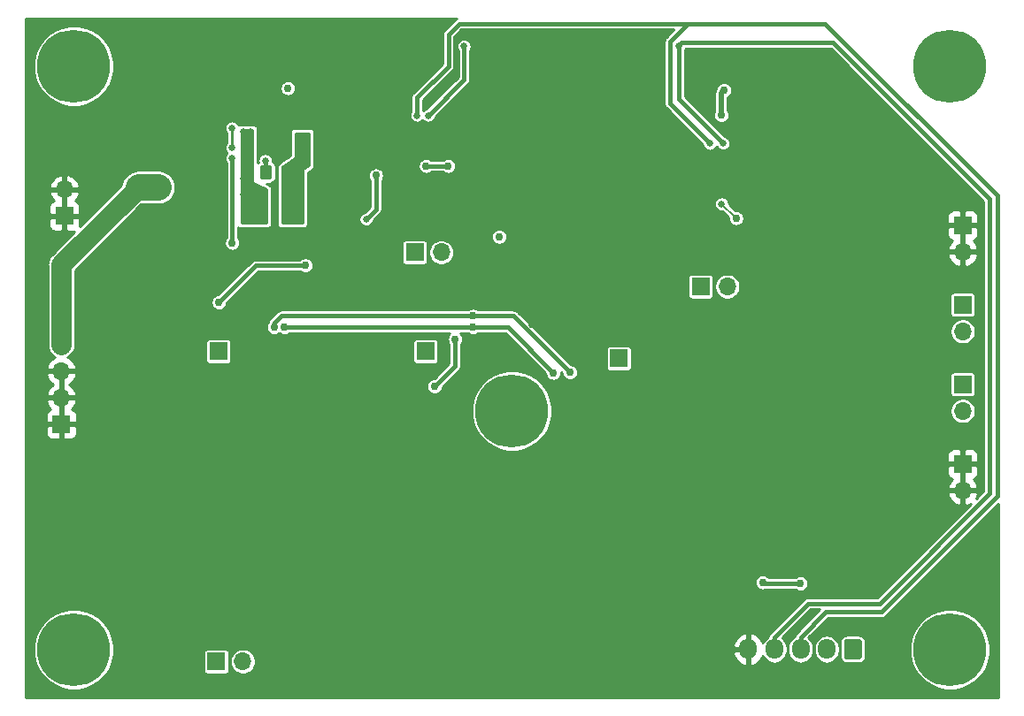
<source format=gbr>
G04 #@! TF.GenerationSoftware,KiCad,Pcbnew,(5.1.5)-3*
G04 #@! TF.CreationDate,2020-06-22T17:40:46-04:00*
G04 #@! TF.ProjectId,lab-supply-usb-boost-buck,6c61622d-7375-4707-906c-792d7573622d,rev?*
G04 #@! TF.SameCoordinates,Original*
G04 #@! TF.FileFunction,Copper,L2,Bot*
G04 #@! TF.FilePolarity,Positive*
%FSLAX46Y46*%
G04 Gerber Fmt 4.6, Leading zero omitted, Abs format (unit mm)*
G04 Created by KiCad (PCBNEW (5.1.5)-3) date 2020-06-22 17:40:46*
%MOMM*%
%LPD*%
G04 APERTURE LIST*
%ADD10R,2.006600X3.403600*%
%ADD11C,6.985000*%
%ADD12R,1.700000X1.700000*%
%ADD13O,1.700000X1.700000*%
%ADD14C,0.100000*%
%ADD15O,1.700000X1.950000*%
%ADD16C,0.762000*%
%ADD17C,0.635000*%
%ADD18C,0.203200*%
%ADD19C,0.381000*%
%ADD20C,0.508000*%
%ADD21C,1.905000*%
%ADD22C,2.540000*%
%ADD23C,0.254000*%
G04 APERTURE END LIST*
D10*
X99720400Y-71831200D03*
X96266000Y-71831200D03*
D11*
X120650000Y-91440000D03*
X78740000Y-114300000D03*
X78740000Y-58420000D03*
X162560000Y-58420000D03*
X162560000Y-114300000D03*
D12*
X77546200Y-92710000D03*
D13*
X77546200Y-90170000D03*
X77546200Y-87630000D03*
X77546200Y-85090000D03*
X77546200Y-82550000D03*
X77546200Y-80010000D03*
G04 #@! TA.AperFunction,ComponentPad*
D14*
G36*
X153888104Y-113288104D02*
G01*
X153912373Y-113291704D01*
X153936171Y-113297665D01*
X153959271Y-113305930D01*
X153981449Y-113316420D01*
X154002493Y-113329033D01*
X154022198Y-113343647D01*
X154040377Y-113360123D01*
X154056853Y-113378302D01*
X154071467Y-113398007D01*
X154084080Y-113419051D01*
X154094570Y-113441229D01*
X154102835Y-113464329D01*
X154108796Y-113488127D01*
X154112396Y-113512396D01*
X154113600Y-113536900D01*
X154113600Y-114986900D01*
X154112396Y-115011404D01*
X154108796Y-115035673D01*
X154102835Y-115059471D01*
X154094570Y-115082571D01*
X154084080Y-115104749D01*
X154071467Y-115125793D01*
X154056853Y-115145498D01*
X154040377Y-115163677D01*
X154022198Y-115180153D01*
X154002493Y-115194767D01*
X153981449Y-115207380D01*
X153959271Y-115217870D01*
X153936171Y-115226135D01*
X153912373Y-115232096D01*
X153888104Y-115235696D01*
X153863600Y-115236900D01*
X152663600Y-115236900D01*
X152639096Y-115235696D01*
X152614827Y-115232096D01*
X152591029Y-115226135D01*
X152567929Y-115217870D01*
X152545751Y-115207380D01*
X152524707Y-115194767D01*
X152505002Y-115180153D01*
X152486823Y-115163677D01*
X152470347Y-115145498D01*
X152455733Y-115125793D01*
X152443120Y-115104749D01*
X152432630Y-115082571D01*
X152424365Y-115059471D01*
X152418404Y-115035673D01*
X152414804Y-115011404D01*
X152413600Y-114986900D01*
X152413600Y-113536900D01*
X152414804Y-113512396D01*
X152418404Y-113488127D01*
X152424365Y-113464329D01*
X152432630Y-113441229D01*
X152443120Y-113419051D01*
X152455733Y-113398007D01*
X152470347Y-113378302D01*
X152486823Y-113360123D01*
X152505002Y-113343647D01*
X152524707Y-113329033D01*
X152545751Y-113316420D01*
X152567929Y-113305930D01*
X152591029Y-113297665D01*
X152614827Y-113291704D01*
X152639096Y-113288104D01*
X152663600Y-113286900D01*
X153863600Y-113286900D01*
X153888104Y-113288104D01*
G37*
G04 #@! TD.AperFunction*
D15*
X150763600Y-114261900D03*
X148263600Y-114261900D03*
X145763600Y-114261900D03*
X143263600Y-114261900D03*
D12*
X77851000Y-72771000D03*
D13*
X77851000Y-70231000D03*
X94919800Y-115443000D03*
D12*
X92379800Y-115443000D03*
X163779200Y-81280000D03*
D13*
X163779200Y-83820000D03*
D12*
X163779200Y-88900000D03*
D13*
X163779200Y-91440000D03*
X163779200Y-99060000D03*
D12*
X163779200Y-96520000D03*
X111353600Y-76250800D03*
D13*
X113893600Y-76250800D03*
D12*
X138709400Y-79527400D03*
D13*
X141249400Y-79527400D03*
G04 #@! TA.AperFunction,SMDPad,CuDef*
D14*
G36*
X97470510Y-67881202D02*
G01*
X97494735Y-67884795D01*
X97518491Y-67890746D01*
X97541549Y-67898996D01*
X97563687Y-67909467D01*
X97584693Y-67922057D01*
X97604363Y-67936645D01*
X97622508Y-67953092D01*
X97638955Y-67971237D01*
X97653543Y-67990907D01*
X97666133Y-68011913D01*
X97676604Y-68034051D01*
X97684854Y-68057109D01*
X97690805Y-68080865D01*
X97694398Y-68105090D01*
X97695600Y-68129550D01*
X97695600Y-69030450D01*
X97694398Y-69054910D01*
X97690805Y-69079135D01*
X97684854Y-69102891D01*
X97676604Y-69125949D01*
X97666133Y-69148087D01*
X97653543Y-69169093D01*
X97638955Y-69188763D01*
X97622508Y-69206908D01*
X97604363Y-69223355D01*
X97584693Y-69237943D01*
X97563687Y-69250533D01*
X97541549Y-69261004D01*
X97518491Y-69269254D01*
X97494735Y-69275205D01*
X97470510Y-69278798D01*
X97446050Y-69280000D01*
X96795150Y-69280000D01*
X96770690Y-69278798D01*
X96746465Y-69275205D01*
X96722709Y-69269254D01*
X96699651Y-69261004D01*
X96677513Y-69250533D01*
X96656507Y-69237943D01*
X96636837Y-69223355D01*
X96618692Y-69206908D01*
X96602245Y-69188763D01*
X96587657Y-69169093D01*
X96575067Y-69148087D01*
X96564596Y-69125949D01*
X96556346Y-69102891D01*
X96550395Y-69079135D01*
X96546802Y-69054910D01*
X96545600Y-69030450D01*
X96545600Y-68129550D01*
X96546802Y-68105090D01*
X96550395Y-68080865D01*
X96556346Y-68057109D01*
X96564596Y-68034051D01*
X96575067Y-68011913D01*
X96587657Y-67990907D01*
X96602245Y-67971237D01*
X96618692Y-67953092D01*
X96636837Y-67936645D01*
X96656507Y-67922057D01*
X96677513Y-67909467D01*
X96699651Y-67898996D01*
X96722709Y-67890746D01*
X96746465Y-67884795D01*
X96770690Y-67881202D01*
X96795150Y-67880000D01*
X97446050Y-67880000D01*
X97470510Y-67881202D01*
G37*
G04 #@! TD.AperFunction*
G04 #@! TA.AperFunction,SMDPad,CuDef*
G36*
X99520510Y-67881202D02*
G01*
X99544735Y-67884795D01*
X99568491Y-67890746D01*
X99591549Y-67898996D01*
X99613687Y-67909467D01*
X99634693Y-67922057D01*
X99654363Y-67936645D01*
X99672508Y-67953092D01*
X99688955Y-67971237D01*
X99703543Y-67990907D01*
X99716133Y-68011913D01*
X99726604Y-68034051D01*
X99734854Y-68057109D01*
X99740805Y-68080865D01*
X99744398Y-68105090D01*
X99745600Y-68129550D01*
X99745600Y-69030450D01*
X99744398Y-69054910D01*
X99740805Y-69079135D01*
X99734854Y-69102891D01*
X99726604Y-69125949D01*
X99716133Y-69148087D01*
X99703543Y-69169093D01*
X99688955Y-69188763D01*
X99672508Y-69206908D01*
X99654363Y-69223355D01*
X99634693Y-69237943D01*
X99613687Y-69250533D01*
X99591549Y-69261004D01*
X99568491Y-69269254D01*
X99544735Y-69275205D01*
X99520510Y-69278798D01*
X99496050Y-69280000D01*
X98845150Y-69280000D01*
X98820690Y-69278798D01*
X98796465Y-69275205D01*
X98772709Y-69269254D01*
X98749651Y-69261004D01*
X98727513Y-69250533D01*
X98706507Y-69237943D01*
X98686837Y-69223355D01*
X98668692Y-69206908D01*
X98652245Y-69188763D01*
X98637657Y-69169093D01*
X98625067Y-69148087D01*
X98614596Y-69125949D01*
X98606346Y-69102891D01*
X98600395Y-69079135D01*
X98596802Y-69054910D01*
X98595600Y-69030450D01*
X98595600Y-68129550D01*
X98596802Y-68105090D01*
X98600395Y-68080865D01*
X98606346Y-68057109D01*
X98614596Y-68034051D01*
X98625067Y-68011913D01*
X98637657Y-67990907D01*
X98652245Y-67971237D01*
X98668692Y-67953092D01*
X98686837Y-67936645D01*
X98706507Y-67922057D01*
X98727513Y-67909467D01*
X98749651Y-67898996D01*
X98772709Y-67890746D01*
X98796465Y-67884795D01*
X98820690Y-67881202D01*
X98845150Y-67880000D01*
X99496050Y-67880000D01*
X99520510Y-67881202D01*
G37*
G04 #@! TD.AperFunction*
D12*
X163779200Y-73660000D03*
D13*
X163779200Y-76200000D03*
D12*
X130886200Y-86398100D03*
X92583000Y-85725000D03*
X112395000Y-85725000D03*
D16*
X141960600Y-60706000D03*
X133438900Y-63347600D03*
X104546400Y-65303400D03*
X104546400Y-67487800D03*
X97536000Y-64617600D03*
X98450400Y-64617600D03*
X98450400Y-65379600D03*
X97536000Y-65379600D03*
X97536000Y-66141600D03*
X98450400Y-66141600D03*
X95427800Y-76809600D03*
X109626400Y-67614800D03*
X140436600Y-70307208D03*
X111480600Y-60070994D03*
X115443000Y-64998600D03*
X97155000Y-74371200D03*
X90957400Y-64846200D03*
X91846400Y-64846200D03*
X90068400Y-64846200D03*
X104546400Y-64033400D03*
X104546400Y-68757800D03*
X98856800Y-80568800D03*
X125806200Y-84556600D03*
X95567500Y-82321400D03*
X110248700Y-81457800D03*
X122339100Y-75184000D03*
X123304300Y-75184000D03*
X123304300Y-76149200D03*
X122339100Y-76149200D03*
X122339100Y-77114400D03*
X123304300Y-77114400D03*
X102463600Y-78993998D03*
X98526600Y-74345800D03*
X145796000Y-77520800D03*
X145796000Y-78790800D03*
X145796000Y-80060800D03*
X145796000Y-81330800D03*
X145796000Y-82600800D03*
X145796000Y-83870800D03*
X127762000Y-59283600D03*
X105079800Y-58953400D03*
D17*
X139585700Y-65824100D03*
D16*
X148259800Y-107962700D03*
X116916200Y-83413600D03*
D17*
X111569490Y-63131698D03*
X140868400Y-65811400D03*
X112649000Y-63131700D03*
D16*
X97904300Y-83413600D03*
X116916190Y-82321400D03*
D17*
X116078000Y-56515000D03*
X112623600Y-64820800D03*
D16*
X122603332Y-83111268D03*
X100901500Y-77508100D03*
X124612400Y-87779932D03*
X144640300Y-107835700D03*
X98898782Y-83442882D03*
D17*
X136613903Y-56515000D03*
D16*
X126212600Y-87744300D03*
X140683005Y-63119000D03*
X140944600Y-60706000D03*
X86817200Y-70789800D03*
X86817200Y-70027800D03*
X86817200Y-69265800D03*
D17*
X95625512Y-69164200D03*
X94970600Y-69164200D03*
X94970600Y-64727727D03*
X95625512Y-64727727D03*
X95612812Y-70688200D03*
X94957900Y-70688200D03*
D16*
X119430794Y-74752200D03*
X114554000Y-67970400D03*
X112445800Y-67970400D03*
D17*
X97053398Y-67449700D03*
D16*
X107645200Y-68884800D03*
D17*
X106705400Y-73075800D03*
X93878400Y-67221100D03*
D16*
X93891098Y-75336400D03*
X92621100Y-81026000D03*
D17*
X140716000Y-71602600D03*
D16*
X142087600Y-72974200D03*
D17*
X100330000Y-65108727D03*
X101015800Y-65100200D03*
D16*
X99237800Y-60528200D03*
D17*
X93865700Y-66217800D03*
X93865700Y-64325500D03*
D16*
X115214400Y-84556600D03*
X113258600Y-89077800D03*
D18*
X117271820Y-83413600D02*
X117259110Y-83426310D01*
D19*
X116078000Y-59702700D02*
X116078000Y-56515000D01*
X112649000Y-63131700D02*
X116078000Y-59702700D01*
X111569490Y-63131698D02*
X111569490Y-61417210D01*
X115595400Y-54343300D02*
X137769600Y-54343300D01*
X114579400Y-55359300D02*
X115595400Y-54343300D01*
X114579400Y-58407300D02*
X114579400Y-55359300D01*
X111569490Y-61417210D02*
X114579400Y-58407300D01*
X148263600Y-113083700D02*
X148263600Y-114261900D01*
X150654100Y-110693200D02*
X148263600Y-113083700D01*
X156006800Y-110693200D02*
X150654100Y-110693200D01*
X167081200Y-99618800D02*
X156006800Y-110693200D01*
X167081200Y-70802500D02*
X167081200Y-99618800D01*
X135788400Y-56057800D02*
X137502900Y-54343300D01*
X135788400Y-62026800D02*
X135788400Y-56057800D01*
X137502900Y-54343300D02*
X150622000Y-54343300D01*
X139585700Y-65824100D02*
X135788400Y-62026800D01*
X150622000Y-54343300D02*
X167081200Y-70802500D01*
X120246068Y-83413600D02*
X124612400Y-87779932D01*
X117271820Y-83413600D02*
X120246068Y-83413600D01*
X144767300Y-107962700D02*
X144640300Y-107835700D01*
X148259800Y-107962700D02*
X144767300Y-107962700D01*
X116916200Y-83413600D02*
X98928064Y-83413600D01*
X98928064Y-83413600D02*
X98898782Y-83442882D01*
X166344600Y-71145400D02*
X151384000Y-56184800D01*
X145763600Y-113083700D02*
X148979600Y-109867700D01*
X148979600Y-109867700D02*
X155816300Y-109867700D01*
X145763600Y-114261900D02*
X145763600Y-113083700D01*
X166344600Y-99339400D02*
X166344600Y-71145400D01*
X155816300Y-109867700D02*
X166344600Y-99339400D01*
X151383990Y-56184810D02*
X151384000Y-56184800D01*
X136524997Y-56514997D02*
X136855184Y-56184810D01*
X136855184Y-56184810D02*
X151383990Y-56184810D01*
D18*
X136525000Y-56515000D02*
X136613903Y-56515000D01*
X136524997Y-56514997D02*
X136525000Y-56515000D01*
D19*
X136613903Y-61556903D02*
X136613903Y-56964012D01*
X136613903Y-56964012D02*
X136613903Y-56515000D01*
X140881100Y-65824100D02*
X136613903Y-61556903D01*
X97904300Y-82994500D02*
X97904300Y-83413600D01*
X126212600Y-87744300D02*
X120789700Y-82321400D01*
X98577400Y-82321400D02*
X97904300Y-82994500D01*
X120789700Y-82321400D02*
X98577400Y-82321400D01*
D20*
X140683005Y-60967595D02*
X140944600Y-60706000D01*
X140683005Y-63126595D02*
X140683005Y-60967595D01*
D21*
X77546200Y-85090000D02*
X77546200Y-80010000D01*
D22*
X84937600Y-70027800D02*
X86817200Y-70027800D01*
D21*
X77546200Y-80010000D02*
X77546200Y-77419200D01*
X77546200Y-77419200D02*
X84937600Y-70027800D01*
D19*
X114554000Y-67970400D02*
X112445800Y-67970400D01*
X97053398Y-68529198D02*
X97104200Y-68580000D01*
X97053398Y-67449700D02*
X97053398Y-68529198D01*
X107645200Y-72136000D02*
X106705400Y-73075800D01*
X107645200Y-68884800D02*
X107645200Y-72136000D01*
X93891098Y-67233798D02*
X93878400Y-67221100D01*
X93891098Y-75336400D02*
X93891098Y-67233798D01*
X93002099Y-80645001D02*
X92621100Y-81026000D01*
X96139000Y-77508100D02*
X93002099Y-80645001D01*
X100901500Y-77508100D02*
X96139000Y-77508100D01*
D18*
X142036800Y-72923400D02*
X142087600Y-72974200D01*
X140716000Y-71602600D02*
X142036800Y-72923400D01*
D23*
X93865700Y-66217800D02*
X93865700Y-64325500D01*
D19*
X115214400Y-87122000D02*
X113258600Y-89077800D01*
X115214400Y-84556600D02*
X115214400Y-87122000D01*
D23*
G36*
X115276355Y-53865816D02*
G01*
X115189333Y-53937233D01*
X115171434Y-53959043D01*
X114195144Y-54935334D01*
X114173334Y-54953233D01*
X114145336Y-54987349D01*
X114101916Y-55040256D01*
X114048848Y-55139539D01*
X114016169Y-55247267D01*
X114005135Y-55359300D01*
X114007901Y-55387384D01*
X114007900Y-58170577D01*
X111185234Y-60993244D01*
X111163424Y-61011143D01*
X111122924Y-61060493D01*
X111092006Y-61098166D01*
X111038938Y-61197449D01*
X111006259Y-61305177D01*
X110995225Y-61417210D01*
X110997991Y-61445294D01*
X110997990Y-62729740D01*
X110950487Y-62800834D01*
X110897833Y-62927953D01*
X110870990Y-63062902D01*
X110870990Y-63200494D01*
X110897833Y-63335443D01*
X110950487Y-63462562D01*
X111026929Y-63576966D01*
X111124222Y-63674259D01*
X111238626Y-63750701D01*
X111365745Y-63803355D01*
X111500694Y-63830198D01*
X111638286Y-63830198D01*
X111773235Y-63803355D01*
X111900354Y-63750701D01*
X112014758Y-63674259D01*
X112109244Y-63579773D01*
X112203732Y-63674261D01*
X112318136Y-63750703D01*
X112445255Y-63803357D01*
X112580204Y-63830200D01*
X112717796Y-63830200D01*
X112852745Y-63803357D01*
X112979864Y-63750703D01*
X113094268Y-63674261D01*
X113191561Y-63576968D01*
X113268003Y-63462564D01*
X113320657Y-63335445D01*
X113337338Y-63251584D01*
X116462258Y-60126665D01*
X116484067Y-60108767D01*
X116555484Y-60021745D01*
X116608552Y-59922462D01*
X116641231Y-59814734D01*
X116649500Y-59730774D01*
X116649500Y-59730773D01*
X116652265Y-59702701D01*
X116649500Y-59674629D01*
X116649500Y-56916958D01*
X116697003Y-56845864D01*
X116749657Y-56718745D01*
X116776500Y-56583796D01*
X116776500Y-56446204D01*
X116749657Y-56311255D01*
X116697003Y-56184136D01*
X116620561Y-56069732D01*
X116523268Y-55972439D01*
X116408864Y-55895997D01*
X116281745Y-55843343D01*
X116146796Y-55816500D01*
X116009204Y-55816500D01*
X115874255Y-55843343D01*
X115747136Y-55895997D01*
X115632732Y-55972439D01*
X115535439Y-56069732D01*
X115458997Y-56184136D01*
X115406343Y-56311255D01*
X115379500Y-56446204D01*
X115379500Y-56583796D01*
X115406343Y-56718745D01*
X115458997Y-56845864D01*
X115506501Y-56916959D01*
X115506500Y-59465977D01*
X112529116Y-62443362D01*
X112445255Y-62460043D01*
X112318136Y-62512697D01*
X112203732Y-62589139D01*
X112140990Y-62651881D01*
X112140990Y-61653932D01*
X114963658Y-58831265D01*
X114985467Y-58813367D01*
X115056884Y-58726345D01*
X115109952Y-58627062D01*
X115142631Y-58519334D01*
X115150900Y-58435374D01*
X115150900Y-58435373D01*
X115153665Y-58407300D01*
X115150900Y-58379226D01*
X115150900Y-55596022D01*
X115832123Y-54914800D01*
X136123178Y-54914800D01*
X135404144Y-55633834D01*
X135382334Y-55651733D01*
X135360495Y-55678344D01*
X135310916Y-55738756D01*
X135257848Y-55838039D01*
X135225169Y-55945767D01*
X135214135Y-56057800D01*
X135216901Y-56085884D01*
X135216900Y-61998726D01*
X135214135Y-62026800D01*
X135216900Y-62054873D01*
X135225169Y-62138833D01*
X135257848Y-62246561D01*
X135310916Y-62345844D01*
X135382333Y-62432867D01*
X135404148Y-62450770D01*
X138897362Y-65943985D01*
X138914043Y-66027845D01*
X138966697Y-66154964D01*
X139043139Y-66269368D01*
X139140432Y-66366661D01*
X139254836Y-66443103D01*
X139381955Y-66495757D01*
X139516904Y-66522600D01*
X139654496Y-66522600D01*
X139789445Y-66495757D01*
X139916564Y-66443103D01*
X140030968Y-66366661D01*
X140128261Y-66269368D01*
X140204703Y-66154964D01*
X140229680Y-66094663D01*
X140249397Y-66142264D01*
X140325839Y-66256668D01*
X140423132Y-66353961D01*
X140537536Y-66430403D01*
X140664655Y-66483057D01*
X140799604Y-66509900D01*
X140937196Y-66509900D01*
X141072145Y-66483057D01*
X141199264Y-66430403D01*
X141313668Y-66353961D01*
X141410961Y-66256668D01*
X141487403Y-66142264D01*
X141540057Y-66015145D01*
X141566900Y-65880196D01*
X141566900Y-65742604D01*
X141540057Y-65607655D01*
X141487403Y-65480536D01*
X141410961Y-65366132D01*
X141313668Y-65268839D01*
X141199264Y-65192397D01*
X141072145Y-65139743D01*
X140988285Y-65123062D01*
X138909173Y-63043950D01*
X139921005Y-63043950D01*
X139921005Y-63194050D01*
X139950288Y-63341267D01*
X140007729Y-63479942D01*
X140091121Y-63604747D01*
X140197258Y-63710884D01*
X140322063Y-63794276D01*
X140460738Y-63851717D01*
X140607955Y-63881000D01*
X140758055Y-63881000D01*
X140905272Y-63851717D01*
X141043947Y-63794276D01*
X141168752Y-63710884D01*
X141274889Y-63604747D01*
X141358281Y-63479942D01*
X141415722Y-63341267D01*
X141445005Y-63194050D01*
X141445005Y-63043950D01*
X141415722Y-62896733D01*
X141358281Y-62758058D01*
X141318005Y-62697781D01*
X141318005Y-61372948D01*
X141430347Y-61297884D01*
X141536484Y-61191747D01*
X141619876Y-61066942D01*
X141677317Y-60928267D01*
X141706600Y-60781050D01*
X141706600Y-60630950D01*
X141677317Y-60483733D01*
X141619876Y-60345058D01*
X141536484Y-60220253D01*
X141430347Y-60114116D01*
X141305542Y-60030724D01*
X141166867Y-59973283D01*
X141019650Y-59944000D01*
X140869550Y-59944000D01*
X140722333Y-59973283D01*
X140583658Y-60030724D01*
X140458853Y-60114116D01*
X140352716Y-60220253D01*
X140269324Y-60345058D01*
X140211883Y-60483733D01*
X140196925Y-60558931D01*
X140152468Y-60613102D01*
X140093503Y-60723416D01*
X140057194Y-60843114D01*
X140044934Y-60967595D01*
X140048006Y-60998786D01*
X140048005Y-62697780D01*
X140007729Y-62758058D01*
X139950288Y-62896733D01*
X139921005Y-63043950D01*
X138909173Y-63043950D01*
X137185403Y-61320181D01*
X137185403Y-56916958D01*
X137232906Y-56845864D01*
X137270000Y-56756310D01*
X151147288Y-56756310D01*
X165773101Y-71382124D01*
X165773100Y-99102677D01*
X165052645Y-99823132D01*
X165176025Y-99564099D01*
X165220676Y-99416890D01*
X165099355Y-99187000D01*
X163906200Y-99187000D01*
X163906200Y-100380814D01*
X164136091Y-100501481D01*
X164410452Y-100404157D01*
X164561735Y-100314042D01*
X155579578Y-109296200D01*
X149007674Y-109296200D01*
X148979600Y-109293435D01*
X148951526Y-109296200D01*
X148867566Y-109304469D01*
X148759838Y-109337148D01*
X148660555Y-109390216D01*
X148573533Y-109461633D01*
X148555634Y-109483443D01*
X145379344Y-112659734D01*
X145357534Y-112677633D01*
X145299941Y-112747810D01*
X145286116Y-112764656D01*
X145233048Y-112863939D01*
X145200369Y-112971667D01*
X145193043Y-113046054D01*
X145076385Y-113108409D01*
X144888941Y-113262240D01*
X144735109Y-113449684D01*
X144650065Y-113608790D01*
X144528653Y-113359330D01*
X144352649Y-113127471D01*
X144134793Y-112934404D01*
X143883458Y-112787548D01*
X143620490Y-112695424D01*
X143390600Y-112816745D01*
X143390600Y-114134900D01*
X143410600Y-114134900D01*
X143410600Y-114388900D01*
X143390600Y-114388900D01*
X143390600Y-115707055D01*
X143620490Y-115828376D01*
X143883458Y-115736252D01*
X144134793Y-115589396D01*
X144352649Y-115396329D01*
X144528653Y-115164470D01*
X144650065Y-114915010D01*
X144735109Y-115074115D01*
X144888940Y-115261560D01*
X145076384Y-115415391D01*
X145290237Y-115529698D01*
X145522282Y-115600088D01*
X145763600Y-115623856D01*
X146004917Y-115600088D01*
X146236962Y-115529698D01*
X146450815Y-115415391D01*
X146638260Y-115261560D01*
X146792091Y-115074116D01*
X146906398Y-114860263D01*
X146976788Y-114628218D01*
X146994600Y-114447372D01*
X146994600Y-114076429D01*
X146976788Y-113895583D01*
X146906398Y-113663538D01*
X146792091Y-113449685D01*
X146638260Y-113262240D01*
X146503707Y-113151815D01*
X149216323Y-110439200D01*
X150099877Y-110439200D01*
X147879348Y-112659730D01*
X147857533Y-112677633D01*
X147786117Y-112764655D01*
X147786116Y-112764656D01*
X147733048Y-112863939D01*
X147700369Y-112971667D01*
X147693043Y-113046054D01*
X147576385Y-113108409D01*
X147388941Y-113262240D01*
X147235109Y-113449684D01*
X147120802Y-113663537D01*
X147050412Y-113895582D01*
X147032600Y-114076428D01*
X147032600Y-114447371D01*
X147050412Y-114628217D01*
X147120802Y-114860262D01*
X147235109Y-115074115D01*
X147388940Y-115261560D01*
X147576384Y-115415391D01*
X147790237Y-115529698D01*
X148022282Y-115600088D01*
X148263600Y-115623856D01*
X148504917Y-115600088D01*
X148736962Y-115529698D01*
X148950815Y-115415391D01*
X149138260Y-115261560D01*
X149292091Y-115074116D01*
X149406398Y-114860263D01*
X149476788Y-114628218D01*
X149494600Y-114447372D01*
X149494600Y-114076429D01*
X149494600Y-114076428D01*
X149532600Y-114076428D01*
X149532600Y-114447371D01*
X149550412Y-114628217D01*
X149620802Y-114860262D01*
X149735109Y-115074115D01*
X149888940Y-115261560D01*
X150076384Y-115415391D01*
X150290237Y-115529698D01*
X150522282Y-115600088D01*
X150763600Y-115623856D01*
X151004917Y-115600088D01*
X151236962Y-115529698D01*
X151450815Y-115415391D01*
X151638260Y-115261560D01*
X151792091Y-115074116D01*
X151906398Y-114860263D01*
X151976788Y-114628218D01*
X151994600Y-114447372D01*
X151994600Y-114076429D01*
X151976788Y-113895583D01*
X151906398Y-113663538D01*
X151838709Y-113536900D01*
X152030757Y-113536900D01*
X152030757Y-114986900D01*
X152042917Y-115110362D01*
X152078929Y-115229079D01*
X152137410Y-115338489D01*
X152216112Y-115434388D01*
X152312011Y-115513090D01*
X152421421Y-115571571D01*
X152540138Y-115607583D01*
X152663600Y-115619743D01*
X153863600Y-115619743D01*
X153987062Y-115607583D01*
X154105779Y-115571571D01*
X154215189Y-115513090D01*
X154311088Y-115434388D01*
X154389790Y-115338489D01*
X154448271Y-115229079D01*
X154484283Y-115110362D01*
X154496443Y-114986900D01*
X154496443Y-113918494D01*
X158686500Y-113918494D01*
X158686500Y-114681506D01*
X158835357Y-115429858D01*
X159127349Y-116134790D01*
X159551256Y-116769212D01*
X160090788Y-117308744D01*
X160725210Y-117732651D01*
X161430142Y-118024643D01*
X162178494Y-118173500D01*
X162941506Y-118173500D01*
X163689858Y-118024643D01*
X164394790Y-117732651D01*
X165029212Y-117308744D01*
X165568744Y-116769212D01*
X165992651Y-116134790D01*
X166284643Y-115429858D01*
X166433500Y-114681506D01*
X166433500Y-113918494D01*
X166284643Y-113170142D01*
X165992651Y-112465210D01*
X165568744Y-111830788D01*
X165029212Y-111291256D01*
X164394790Y-110867349D01*
X163689858Y-110575357D01*
X162941506Y-110426500D01*
X162178494Y-110426500D01*
X161430142Y-110575357D01*
X160725210Y-110867349D01*
X160090788Y-111291256D01*
X159551256Y-111830788D01*
X159127349Y-112465210D01*
X158835357Y-113170142D01*
X158686500Y-113918494D01*
X154496443Y-113918494D01*
X154496443Y-113536900D01*
X154484283Y-113413438D01*
X154448271Y-113294721D01*
X154389790Y-113185311D01*
X154311088Y-113089412D01*
X154215189Y-113010710D01*
X154105779Y-112952229D01*
X153987062Y-112916217D01*
X153863600Y-112904057D01*
X152663600Y-112904057D01*
X152540138Y-112916217D01*
X152421421Y-112952229D01*
X152312011Y-113010710D01*
X152216112Y-113089412D01*
X152137410Y-113185311D01*
X152078929Y-113294721D01*
X152042917Y-113413438D01*
X152030757Y-113536900D01*
X151838709Y-113536900D01*
X151792091Y-113449685D01*
X151638260Y-113262240D01*
X151450816Y-113108409D01*
X151236963Y-112994102D01*
X151004918Y-112923712D01*
X150763600Y-112899944D01*
X150522283Y-112923712D01*
X150290238Y-112994102D01*
X150076385Y-113108409D01*
X149888941Y-113262240D01*
X149735109Y-113449684D01*
X149620802Y-113663537D01*
X149550412Y-113895582D01*
X149532600Y-114076428D01*
X149494600Y-114076428D01*
X149476788Y-113895583D01*
X149406398Y-113663538D01*
X149292091Y-113449685D01*
X149138260Y-113262240D01*
X149003707Y-113151815D01*
X150890823Y-111264700D01*
X155978726Y-111264700D01*
X156006800Y-111267465D01*
X156034874Y-111264700D01*
X156118834Y-111256431D01*
X156226562Y-111223752D01*
X156325845Y-111170684D01*
X156412867Y-111099267D01*
X156430770Y-111077452D01*
X167159000Y-100349223D01*
X167159000Y-118899000D01*
X74141000Y-118899000D01*
X74141000Y-113918494D01*
X74866500Y-113918494D01*
X74866500Y-114681506D01*
X75015357Y-115429858D01*
X75307349Y-116134790D01*
X75731256Y-116769212D01*
X76270788Y-117308744D01*
X76905210Y-117732651D01*
X77610142Y-118024643D01*
X78358494Y-118173500D01*
X79121506Y-118173500D01*
X79869858Y-118024643D01*
X80574790Y-117732651D01*
X81209212Y-117308744D01*
X81748744Y-116769212D01*
X82172651Y-116134790D01*
X82464643Y-115429858D01*
X82613500Y-114681506D01*
X82613500Y-114593000D01*
X91146957Y-114593000D01*
X91146957Y-116293000D01*
X91154313Y-116367689D01*
X91176099Y-116439508D01*
X91211478Y-116505696D01*
X91259089Y-116563711D01*
X91317104Y-116611322D01*
X91383292Y-116646701D01*
X91455111Y-116668487D01*
X91529800Y-116675843D01*
X93229800Y-116675843D01*
X93304489Y-116668487D01*
X93376308Y-116646701D01*
X93442496Y-116611322D01*
X93500511Y-116563711D01*
X93548122Y-116505696D01*
X93583501Y-116439508D01*
X93605287Y-116367689D01*
X93612643Y-116293000D01*
X93612643Y-115321757D01*
X93688800Y-115321757D01*
X93688800Y-115564243D01*
X93736107Y-115802069D01*
X93828902Y-116026097D01*
X93963620Y-116227717D01*
X94135083Y-116399180D01*
X94336703Y-116533898D01*
X94560731Y-116626693D01*
X94798557Y-116674000D01*
X95041043Y-116674000D01*
X95278869Y-116626693D01*
X95502897Y-116533898D01*
X95704517Y-116399180D01*
X95875980Y-116227717D01*
X96010698Y-116026097D01*
X96103493Y-115802069D01*
X96150800Y-115564243D01*
X96150800Y-115321757D01*
X96103493Y-115083931D01*
X96010698Y-114859903D01*
X95875980Y-114658283D01*
X95838864Y-114621167D01*
X141797280Y-114621167D01*
X141871158Y-114902730D01*
X141998547Y-115164470D01*
X142174551Y-115396329D01*
X142392407Y-115589396D01*
X142643742Y-115736252D01*
X142906710Y-115828376D01*
X143136600Y-115707055D01*
X143136600Y-114388900D01*
X141937435Y-114388900D01*
X141797280Y-114621167D01*
X95838864Y-114621167D01*
X95704517Y-114486820D01*
X95502897Y-114352102D01*
X95278869Y-114259307D01*
X95041043Y-114212000D01*
X94798557Y-114212000D01*
X94560731Y-114259307D01*
X94336703Y-114352102D01*
X94135083Y-114486820D01*
X93963620Y-114658283D01*
X93828902Y-114859903D01*
X93736107Y-115083931D01*
X93688800Y-115321757D01*
X93612643Y-115321757D01*
X93612643Y-114593000D01*
X93605287Y-114518311D01*
X93583501Y-114446492D01*
X93548122Y-114380304D01*
X93500511Y-114322289D01*
X93442496Y-114274678D01*
X93376308Y-114239299D01*
X93304489Y-114217513D01*
X93229800Y-114210157D01*
X91529800Y-114210157D01*
X91455111Y-114217513D01*
X91383292Y-114239299D01*
X91317104Y-114274678D01*
X91259089Y-114322289D01*
X91211478Y-114380304D01*
X91176099Y-114446492D01*
X91154313Y-114518311D01*
X91146957Y-114593000D01*
X82613500Y-114593000D01*
X82613500Y-113918494D01*
X82610346Y-113902633D01*
X141797280Y-113902633D01*
X141937435Y-114134900D01*
X143136600Y-114134900D01*
X143136600Y-112816745D01*
X142906710Y-112695424D01*
X142643742Y-112787548D01*
X142392407Y-112934404D01*
X142174551Y-113127471D01*
X141998547Y-113359330D01*
X141871158Y-113621070D01*
X141797280Y-113902633D01*
X82610346Y-113902633D01*
X82464643Y-113170142D01*
X82172651Y-112465210D01*
X81748744Y-111830788D01*
X81209212Y-111291256D01*
X80574790Y-110867349D01*
X79869858Y-110575357D01*
X79121506Y-110426500D01*
X78358494Y-110426500D01*
X77610142Y-110575357D01*
X76905210Y-110867349D01*
X76270788Y-111291256D01*
X75731256Y-111830788D01*
X75307349Y-112465210D01*
X75015357Y-113170142D01*
X74866500Y-113918494D01*
X74141000Y-113918494D01*
X74141000Y-107760650D01*
X143878300Y-107760650D01*
X143878300Y-107910750D01*
X143907583Y-108057967D01*
X143965024Y-108196642D01*
X144048416Y-108321447D01*
X144154553Y-108427584D01*
X144279358Y-108510976D01*
X144418033Y-108568417D01*
X144565250Y-108597700D01*
X144715350Y-108597700D01*
X144862567Y-108568417D01*
X144945174Y-108534200D01*
X147753669Y-108534200D01*
X147774053Y-108554584D01*
X147898858Y-108637976D01*
X148037533Y-108695417D01*
X148184750Y-108724700D01*
X148334850Y-108724700D01*
X148482067Y-108695417D01*
X148620742Y-108637976D01*
X148745547Y-108554584D01*
X148851684Y-108448447D01*
X148935076Y-108323642D01*
X148992517Y-108184967D01*
X149021800Y-108037750D01*
X149021800Y-107887650D01*
X148992517Y-107740433D01*
X148935076Y-107601758D01*
X148851684Y-107476953D01*
X148745547Y-107370816D01*
X148620742Y-107287424D01*
X148482067Y-107229983D01*
X148334850Y-107200700D01*
X148184750Y-107200700D01*
X148037533Y-107229983D01*
X147898858Y-107287424D01*
X147774053Y-107370816D01*
X147753669Y-107391200D01*
X145259744Y-107391200D01*
X145232184Y-107349953D01*
X145126047Y-107243816D01*
X145001242Y-107160424D01*
X144862567Y-107102983D01*
X144715350Y-107073700D01*
X144565250Y-107073700D01*
X144418033Y-107102983D01*
X144279358Y-107160424D01*
X144154553Y-107243816D01*
X144048416Y-107349953D01*
X143965024Y-107474758D01*
X143907583Y-107613433D01*
X143878300Y-107760650D01*
X74141000Y-107760650D01*
X74141000Y-99416890D01*
X162337724Y-99416890D01*
X162382375Y-99564099D01*
X162507559Y-99826920D01*
X162681612Y-100060269D01*
X162897845Y-100255178D01*
X163147948Y-100404157D01*
X163422309Y-100501481D01*
X163652200Y-100380814D01*
X163652200Y-99187000D01*
X162459045Y-99187000D01*
X162337724Y-99416890D01*
X74141000Y-99416890D01*
X74141000Y-97370000D01*
X162291128Y-97370000D01*
X162303388Y-97494482D01*
X162339698Y-97614180D01*
X162398663Y-97724494D01*
X162478015Y-97821185D01*
X162574706Y-97900537D01*
X162685020Y-97959502D01*
X162765666Y-97983966D01*
X162681612Y-98059731D01*
X162507559Y-98293080D01*
X162382375Y-98555901D01*
X162337724Y-98703110D01*
X162459045Y-98933000D01*
X163652200Y-98933000D01*
X163652200Y-96647000D01*
X163906200Y-96647000D01*
X163906200Y-98933000D01*
X165099355Y-98933000D01*
X165220676Y-98703110D01*
X165176025Y-98555901D01*
X165050841Y-98293080D01*
X164876788Y-98059731D01*
X164792734Y-97983966D01*
X164873380Y-97959502D01*
X164983694Y-97900537D01*
X165080385Y-97821185D01*
X165159737Y-97724494D01*
X165218702Y-97614180D01*
X165255012Y-97494482D01*
X165267272Y-97370000D01*
X165264200Y-96805750D01*
X165105450Y-96647000D01*
X163906200Y-96647000D01*
X163652200Y-96647000D01*
X162452950Y-96647000D01*
X162294200Y-96805750D01*
X162291128Y-97370000D01*
X74141000Y-97370000D01*
X74141000Y-95670000D01*
X162291128Y-95670000D01*
X162294200Y-96234250D01*
X162452950Y-96393000D01*
X163652200Y-96393000D01*
X163652200Y-95193750D01*
X163906200Y-95193750D01*
X163906200Y-96393000D01*
X165105450Y-96393000D01*
X165264200Y-96234250D01*
X165267272Y-95670000D01*
X165255012Y-95545518D01*
X165218702Y-95425820D01*
X165159737Y-95315506D01*
X165080385Y-95218815D01*
X164983694Y-95139463D01*
X164873380Y-95080498D01*
X164753682Y-95044188D01*
X164629200Y-95031928D01*
X164064950Y-95035000D01*
X163906200Y-95193750D01*
X163652200Y-95193750D01*
X163493450Y-95035000D01*
X162929200Y-95031928D01*
X162804718Y-95044188D01*
X162685020Y-95080498D01*
X162574706Y-95139463D01*
X162478015Y-95218815D01*
X162398663Y-95315506D01*
X162339698Y-95425820D01*
X162303388Y-95545518D01*
X162291128Y-95670000D01*
X74141000Y-95670000D01*
X74141000Y-93560000D01*
X76058128Y-93560000D01*
X76070388Y-93684482D01*
X76106698Y-93804180D01*
X76165663Y-93914494D01*
X76245015Y-94011185D01*
X76341706Y-94090537D01*
X76452020Y-94149502D01*
X76571718Y-94185812D01*
X76696200Y-94198072D01*
X77260450Y-94195000D01*
X77419200Y-94036250D01*
X77419200Y-92837000D01*
X77673200Y-92837000D01*
X77673200Y-94036250D01*
X77831950Y-94195000D01*
X78396200Y-94198072D01*
X78520682Y-94185812D01*
X78640380Y-94149502D01*
X78750694Y-94090537D01*
X78847385Y-94011185D01*
X78926737Y-93914494D01*
X78985702Y-93804180D01*
X79022012Y-93684482D01*
X79034272Y-93560000D01*
X79031200Y-92995750D01*
X78872450Y-92837000D01*
X77673200Y-92837000D01*
X77419200Y-92837000D01*
X76219950Y-92837000D01*
X76061200Y-92995750D01*
X76058128Y-93560000D01*
X74141000Y-93560000D01*
X74141000Y-91860000D01*
X76058128Y-91860000D01*
X76061200Y-92424250D01*
X76219950Y-92583000D01*
X77419200Y-92583000D01*
X77419200Y-90297000D01*
X77673200Y-90297000D01*
X77673200Y-92583000D01*
X78872450Y-92583000D01*
X79031200Y-92424250D01*
X79034272Y-91860000D01*
X79022012Y-91735518D01*
X78985702Y-91615820D01*
X78926737Y-91505506D01*
X78847385Y-91408815D01*
X78750694Y-91329463D01*
X78640380Y-91270498D01*
X78559734Y-91246034D01*
X78643788Y-91170269D01*
X78727160Y-91058494D01*
X116776500Y-91058494D01*
X116776500Y-91821506D01*
X116925357Y-92569858D01*
X117217349Y-93274790D01*
X117641256Y-93909212D01*
X118180788Y-94448744D01*
X118815210Y-94872651D01*
X119520142Y-95164643D01*
X120268494Y-95313500D01*
X121031506Y-95313500D01*
X121779858Y-95164643D01*
X122484790Y-94872651D01*
X123119212Y-94448744D01*
X123658744Y-93909212D01*
X124082651Y-93274790D01*
X124374643Y-92569858D01*
X124523500Y-91821506D01*
X124523500Y-91318757D01*
X162548200Y-91318757D01*
X162548200Y-91561243D01*
X162595507Y-91799069D01*
X162688302Y-92023097D01*
X162823020Y-92224717D01*
X162994483Y-92396180D01*
X163196103Y-92530898D01*
X163420131Y-92623693D01*
X163657957Y-92671000D01*
X163900443Y-92671000D01*
X164138269Y-92623693D01*
X164362297Y-92530898D01*
X164563917Y-92396180D01*
X164735380Y-92224717D01*
X164870098Y-92023097D01*
X164962893Y-91799069D01*
X165010200Y-91561243D01*
X165010200Y-91318757D01*
X164962893Y-91080931D01*
X164870098Y-90856903D01*
X164735380Y-90655283D01*
X164563917Y-90483820D01*
X164362297Y-90349102D01*
X164138269Y-90256307D01*
X163900443Y-90209000D01*
X163657957Y-90209000D01*
X163420131Y-90256307D01*
X163196103Y-90349102D01*
X162994483Y-90483820D01*
X162823020Y-90655283D01*
X162688302Y-90856903D01*
X162595507Y-91080931D01*
X162548200Y-91318757D01*
X124523500Y-91318757D01*
X124523500Y-91058494D01*
X124374643Y-90310142D01*
X124082651Y-89605210D01*
X123658744Y-88970788D01*
X123119212Y-88431256D01*
X122484790Y-88007349D01*
X121779858Y-87715357D01*
X121031506Y-87566500D01*
X120268494Y-87566500D01*
X119520142Y-87715357D01*
X118815210Y-88007349D01*
X118180788Y-88431256D01*
X117641256Y-88970788D01*
X117217349Y-89605210D01*
X116925357Y-90310142D01*
X116776500Y-91058494D01*
X78727160Y-91058494D01*
X78817841Y-90936920D01*
X78943025Y-90674099D01*
X78987676Y-90526890D01*
X78866355Y-90297000D01*
X77673200Y-90297000D01*
X77419200Y-90297000D01*
X76226045Y-90297000D01*
X76104724Y-90526890D01*
X76149375Y-90674099D01*
X76274559Y-90936920D01*
X76448612Y-91170269D01*
X76532666Y-91246034D01*
X76452020Y-91270498D01*
X76341706Y-91329463D01*
X76245015Y-91408815D01*
X76165663Y-91505506D01*
X76106698Y-91615820D01*
X76070388Y-91735518D01*
X76058128Y-91860000D01*
X74141000Y-91860000D01*
X74141000Y-87986890D01*
X76104724Y-87986890D01*
X76149375Y-88134099D01*
X76274559Y-88396920D01*
X76448612Y-88630269D01*
X76664845Y-88825178D01*
X76790455Y-88900000D01*
X76664845Y-88974822D01*
X76448612Y-89169731D01*
X76274559Y-89403080D01*
X76149375Y-89665901D01*
X76104724Y-89813110D01*
X76226045Y-90043000D01*
X77419200Y-90043000D01*
X77419200Y-87757000D01*
X77673200Y-87757000D01*
X77673200Y-90043000D01*
X78866355Y-90043000D01*
X78987676Y-89813110D01*
X78943025Y-89665901D01*
X78817841Y-89403080D01*
X78643788Y-89169731D01*
X78427555Y-88974822D01*
X78301945Y-88900000D01*
X78427555Y-88825178D01*
X78643788Y-88630269D01*
X78817841Y-88396920D01*
X78943025Y-88134099D01*
X78987676Y-87986890D01*
X78866355Y-87757000D01*
X77673200Y-87757000D01*
X77419200Y-87757000D01*
X76226045Y-87757000D01*
X76104724Y-87986890D01*
X74141000Y-87986890D01*
X74141000Y-87273110D01*
X76104724Y-87273110D01*
X76226045Y-87503000D01*
X77419200Y-87503000D01*
X77419200Y-87483000D01*
X77673200Y-87483000D01*
X77673200Y-87503000D01*
X78866355Y-87503000D01*
X78987676Y-87273110D01*
X78943025Y-87125901D01*
X78817841Y-86863080D01*
X78643788Y-86629731D01*
X78427555Y-86434822D01*
X78177452Y-86285843D01*
X78153594Y-86277380D01*
X78290636Y-86204129D01*
X78493689Y-86037489D01*
X78660329Y-85834437D01*
X78784154Y-85602777D01*
X78860405Y-85351412D01*
X78879700Y-85155508D01*
X78879700Y-84875000D01*
X91350157Y-84875000D01*
X91350157Y-86575000D01*
X91357513Y-86649689D01*
X91379299Y-86721508D01*
X91414678Y-86787696D01*
X91462289Y-86845711D01*
X91520304Y-86893322D01*
X91586492Y-86928701D01*
X91658311Y-86950487D01*
X91733000Y-86957843D01*
X93433000Y-86957843D01*
X93507689Y-86950487D01*
X93579508Y-86928701D01*
X93645696Y-86893322D01*
X93703711Y-86845711D01*
X93751322Y-86787696D01*
X93786701Y-86721508D01*
X93808487Y-86649689D01*
X93815843Y-86575000D01*
X93815843Y-84875000D01*
X111162157Y-84875000D01*
X111162157Y-86575000D01*
X111169513Y-86649689D01*
X111191299Y-86721508D01*
X111226678Y-86787696D01*
X111274289Y-86845711D01*
X111332304Y-86893322D01*
X111398492Y-86928701D01*
X111470311Y-86950487D01*
X111545000Y-86957843D01*
X113245000Y-86957843D01*
X113319689Y-86950487D01*
X113391508Y-86928701D01*
X113457696Y-86893322D01*
X113515711Y-86845711D01*
X113563322Y-86787696D01*
X113598701Y-86721508D01*
X113620487Y-86649689D01*
X113627843Y-86575000D01*
X113627843Y-84875000D01*
X113620487Y-84800311D01*
X113598701Y-84728492D01*
X113563322Y-84662304D01*
X113515711Y-84604289D01*
X113457696Y-84556678D01*
X113391508Y-84521299D01*
X113319689Y-84499513D01*
X113245000Y-84492157D01*
X111545000Y-84492157D01*
X111470311Y-84499513D01*
X111398492Y-84521299D01*
X111332304Y-84556678D01*
X111274289Y-84604289D01*
X111226678Y-84662304D01*
X111191299Y-84728492D01*
X111169513Y-84800311D01*
X111162157Y-84875000D01*
X93815843Y-84875000D01*
X93808487Y-84800311D01*
X93786701Y-84728492D01*
X93751322Y-84662304D01*
X93703711Y-84604289D01*
X93645696Y-84556678D01*
X93579508Y-84521299D01*
X93507689Y-84499513D01*
X93433000Y-84492157D01*
X91733000Y-84492157D01*
X91658311Y-84499513D01*
X91586492Y-84521299D01*
X91520304Y-84556678D01*
X91462289Y-84604289D01*
X91414678Y-84662304D01*
X91379299Y-84728492D01*
X91357513Y-84800311D01*
X91350157Y-84875000D01*
X78879700Y-84875000D01*
X78879700Y-83338550D01*
X97142300Y-83338550D01*
X97142300Y-83488650D01*
X97171583Y-83635867D01*
X97229024Y-83774542D01*
X97312416Y-83899347D01*
X97418553Y-84005484D01*
X97543358Y-84088876D01*
X97682033Y-84146317D01*
X97829250Y-84175600D01*
X97979350Y-84175600D01*
X98126567Y-84146317D01*
X98265242Y-84088876D01*
X98386274Y-84008005D01*
X98413035Y-84034766D01*
X98537840Y-84118158D01*
X98676515Y-84175599D01*
X98823732Y-84204882D01*
X98973832Y-84204882D01*
X99121049Y-84175599D01*
X99259724Y-84118158D01*
X99384529Y-84034766D01*
X99434195Y-83985100D01*
X114708269Y-83985100D01*
X114622516Y-84070853D01*
X114539124Y-84195658D01*
X114481683Y-84334333D01*
X114452400Y-84481550D01*
X114452400Y-84631650D01*
X114481683Y-84778867D01*
X114539124Y-84917542D01*
X114622516Y-85042347D01*
X114642900Y-85062731D01*
X114642901Y-86885276D01*
X113212378Y-88315800D01*
X113183550Y-88315800D01*
X113036333Y-88345083D01*
X112897658Y-88402524D01*
X112772853Y-88485916D01*
X112666716Y-88592053D01*
X112583324Y-88716858D01*
X112525883Y-88855533D01*
X112496600Y-89002750D01*
X112496600Y-89152850D01*
X112525883Y-89300067D01*
X112583324Y-89438742D01*
X112666716Y-89563547D01*
X112772853Y-89669684D01*
X112897658Y-89753076D01*
X113036333Y-89810517D01*
X113183550Y-89839800D01*
X113333650Y-89839800D01*
X113480867Y-89810517D01*
X113619542Y-89753076D01*
X113744347Y-89669684D01*
X113850484Y-89563547D01*
X113933876Y-89438742D01*
X113991317Y-89300067D01*
X114020600Y-89152850D01*
X114020600Y-89124022D01*
X115598657Y-87545966D01*
X115620467Y-87528067D01*
X115691884Y-87441045D01*
X115744952Y-87341762D01*
X115777631Y-87234034D01*
X115785900Y-87150074D01*
X115788665Y-87122000D01*
X115785900Y-87093926D01*
X115785900Y-85062731D01*
X115806284Y-85042347D01*
X115889676Y-84917542D01*
X115947117Y-84778867D01*
X115976400Y-84631650D01*
X115976400Y-84481550D01*
X115947117Y-84334333D01*
X115889676Y-84195658D01*
X115806284Y-84070853D01*
X115720531Y-83985100D01*
X116410069Y-83985100D01*
X116430453Y-84005484D01*
X116555258Y-84088876D01*
X116693933Y-84146317D01*
X116841150Y-84175600D01*
X116991250Y-84175600D01*
X117138467Y-84146317D01*
X117277142Y-84088876D01*
X117401947Y-84005484D01*
X117422331Y-83985100D01*
X120009346Y-83985100D01*
X123850400Y-87826155D01*
X123850400Y-87854982D01*
X123879683Y-88002199D01*
X123937124Y-88140874D01*
X124020516Y-88265679D01*
X124126653Y-88371816D01*
X124251458Y-88455208D01*
X124390133Y-88512649D01*
X124537350Y-88541932D01*
X124687450Y-88541932D01*
X124834667Y-88512649D01*
X124973342Y-88455208D01*
X125098147Y-88371816D01*
X125204284Y-88265679D01*
X125287676Y-88140874D01*
X125345117Y-88002199D01*
X125374400Y-87854982D01*
X125374400Y-87714324D01*
X125450600Y-87790524D01*
X125450600Y-87819350D01*
X125479883Y-87966567D01*
X125537324Y-88105242D01*
X125620716Y-88230047D01*
X125726853Y-88336184D01*
X125851658Y-88419576D01*
X125990333Y-88477017D01*
X126137550Y-88506300D01*
X126287650Y-88506300D01*
X126434867Y-88477017D01*
X126573542Y-88419576D01*
X126698347Y-88336184D01*
X126804484Y-88230047D01*
X126887876Y-88105242D01*
X126910757Y-88050000D01*
X162546357Y-88050000D01*
X162546357Y-89750000D01*
X162553713Y-89824689D01*
X162575499Y-89896508D01*
X162610878Y-89962696D01*
X162658489Y-90020711D01*
X162716504Y-90068322D01*
X162782692Y-90103701D01*
X162854511Y-90125487D01*
X162929200Y-90132843D01*
X164629200Y-90132843D01*
X164703889Y-90125487D01*
X164775708Y-90103701D01*
X164841896Y-90068322D01*
X164899911Y-90020711D01*
X164947522Y-89962696D01*
X164982901Y-89896508D01*
X165004687Y-89824689D01*
X165012043Y-89750000D01*
X165012043Y-88050000D01*
X165004687Y-87975311D01*
X164982901Y-87903492D01*
X164947522Y-87837304D01*
X164899911Y-87779289D01*
X164841896Y-87731678D01*
X164775708Y-87696299D01*
X164703889Y-87674513D01*
X164629200Y-87667157D01*
X162929200Y-87667157D01*
X162854511Y-87674513D01*
X162782692Y-87696299D01*
X162716504Y-87731678D01*
X162658489Y-87779289D01*
X162610878Y-87837304D01*
X162575499Y-87903492D01*
X162553713Y-87975311D01*
X162546357Y-88050000D01*
X126910757Y-88050000D01*
X126945317Y-87966567D01*
X126974600Y-87819350D01*
X126974600Y-87669250D01*
X126945317Y-87522033D01*
X126887876Y-87383358D01*
X126804484Y-87258553D01*
X126698347Y-87152416D01*
X126573542Y-87069024D01*
X126434867Y-87011583D01*
X126287650Y-86982300D01*
X126258824Y-86982300D01*
X124824624Y-85548100D01*
X129653357Y-85548100D01*
X129653357Y-87248100D01*
X129660713Y-87322789D01*
X129682499Y-87394608D01*
X129717878Y-87460796D01*
X129765489Y-87518811D01*
X129823504Y-87566422D01*
X129889692Y-87601801D01*
X129961511Y-87623587D01*
X130036200Y-87630943D01*
X131736200Y-87630943D01*
X131810889Y-87623587D01*
X131882708Y-87601801D01*
X131948896Y-87566422D01*
X132006911Y-87518811D01*
X132054522Y-87460796D01*
X132089901Y-87394608D01*
X132111687Y-87322789D01*
X132119043Y-87248100D01*
X132119043Y-85548100D01*
X132111687Y-85473411D01*
X132089901Y-85401592D01*
X132054522Y-85335404D01*
X132006911Y-85277389D01*
X131948896Y-85229778D01*
X131882708Y-85194399D01*
X131810889Y-85172613D01*
X131736200Y-85165257D01*
X130036200Y-85165257D01*
X129961511Y-85172613D01*
X129889692Y-85194399D01*
X129823504Y-85229778D01*
X129765489Y-85277389D01*
X129717878Y-85335404D01*
X129682499Y-85401592D01*
X129660713Y-85473411D01*
X129653357Y-85548100D01*
X124824624Y-85548100D01*
X122975280Y-83698757D01*
X162548200Y-83698757D01*
X162548200Y-83941243D01*
X162595507Y-84179069D01*
X162688302Y-84403097D01*
X162823020Y-84604717D01*
X162994483Y-84776180D01*
X163196103Y-84910898D01*
X163420131Y-85003693D01*
X163657957Y-85051000D01*
X163900443Y-85051000D01*
X164138269Y-85003693D01*
X164362297Y-84910898D01*
X164563917Y-84776180D01*
X164735380Y-84604717D01*
X164870098Y-84403097D01*
X164962893Y-84179069D01*
X165010200Y-83941243D01*
X165010200Y-83698757D01*
X164962893Y-83460931D01*
X164870098Y-83236903D01*
X164735380Y-83035283D01*
X164563917Y-82863820D01*
X164362297Y-82729102D01*
X164138269Y-82636307D01*
X163900443Y-82589000D01*
X163657957Y-82589000D01*
X163420131Y-82636307D01*
X163196103Y-82729102D01*
X162994483Y-82863820D01*
X162823020Y-83035283D01*
X162688302Y-83236903D01*
X162595507Y-83460931D01*
X162548200Y-83698757D01*
X122975280Y-83698757D01*
X121213670Y-81937148D01*
X121195767Y-81915333D01*
X121108745Y-81843916D01*
X121009462Y-81790848D01*
X120901734Y-81758169D01*
X120817774Y-81749900D01*
X120789700Y-81747135D01*
X120761626Y-81749900D01*
X117422321Y-81749900D01*
X117401937Y-81729516D01*
X117277132Y-81646124D01*
X117138457Y-81588683D01*
X116991240Y-81559400D01*
X116841140Y-81559400D01*
X116693923Y-81588683D01*
X116555248Y-81646124D01*
X116430443Y-81729516D01*
X116410059Y-81749900D01*
X98605471Y-81749900D01*
X98577399Y-81747135D01*
X98549327Y-81749900D01*
X98549326Y-81749900D01*
X98465366Y-81758169D01*
X98357638Y-81790848D01*
X98258355Y-81843916D01*
X98171333Y-81915333D01*
X98153434Y-81937143D01*
X97520048Y-82570530D01*
X97498233Y-82588433D01*
X97426817Y-82675455D01*
X97426816Y-82675456D01*
X97373748Y-82774739D01*
X97341069Y-82882467D01*
X97339241Y-82901028D01*
X97312416Y-82927853D01*
X97229024Y-83052658D01*
X97171583Y-83191333D01*
X97142300Y-83338550D01*
X78879700Y-83338550D01*
X78879700Y-80950950D01*
X91859100Y-80950950D01*
X91859100Y-81101050D01*
X91888383Y-81248267D01*
X91945824Y-81386942D01*
X92029216Y-81511747D01*
X92135353Y-81617884D01*
X92260158Y-81701276D01*
X92398833Y-81758717D01*
X92546050Y-81788000D01*
X92696150Y-81788000D01*
X92843367Y-81758717D01*
X92982042Y-81701276D01*
X93106847Y-81617884D01*
X93212984Y-81511747D01*
X93296376Y-81386942D01*
X93353817Y-81248267D01*
X93383100Y-81101050D01*
X93383100Y-81072222D01*
X93426061Y-81029261D01*
X95777922Y-78677400D01*
X137476557Y-78677400D01*
X137476557Y-80377400D01*
X137483913Y-80452089D01*
X137505699Y-80523908D01*
X137541078Y-80590096D01*
X137588689Y-80648111D01*
X137646704Y-80695722D01*
X137712892Y-80731101D01*
X137784711Y-80752887D01*
X137859400Y-80760243D01*
X139559400Y-80760243D01*
X139634089Y-80752887D01*
X139705908Y-80731101D01*
X139772096Y-80695722D01*
X139830111Y-80648111D01*
X139877722Y-80590096D01*
X139913101Y-80523908D01*
X139934887Y-80452089D01*
X139942243Y-80377400D01*
X139942243Y-79406157D01*
X140018400Y-79406157D01*
X140018400Y-79648643D01*
X140065707Y-79886469D01*
X140158502Y-80110497D01*
X140293220Y-80312117D01*
X140464683Y-80483580D01*
X140666303Y-80618298D01*
X140890331Y-80711093D01*
X141128157Y-80758400D01*
X141370643Y-80758400D01*
X141608469Y-80711093D01*
X141832497Y-80618298D01*
X142034117Y-80483580D01*
X142087697Y-80430000D01*
X162546357Y-80430000D01*
X162546357Y-82130000D01*
X162553713Y-82204689D01*
X162575499Y-82276508D01*
X162610878Y-82342696D01*
X162658489Y-82400711D01*
X162716504Y-82448322D01*
X162782692Y-82483701D01*
X162854511Y-82505487D01*
X162929200Y-82512843D01*
X164629200Y-82512843D01*
X164703889Y-82505487D01*
X164775708Y-82483701D01*
X164841896Y-82448322D01*
X164899911Y-82400711D01*
X164947522Y-82342696D01*
X164982901Y-82276508D01*
X165004687Y-82204689D01*
X165012043Y-82130000D01*
X165012043Y-80430000D01*
X165004687Y-80355311D01*
X164982901Y-80283492D01*
X164947522Y-80217304D01*
X164899911Y-80159289D01*
X164841896Y-80111678D01*
X164775708Y-80076299D01*
X164703889Y-80054513D01*
X164629200Y-80047157D01*
X162929200Y-80047157D01*
X162854511Y-80054513D01*
X162782692Y-80076299D01*
X162716504Y-80111678D01*
X162658489Y-80159289D01*
X162610878Y-80217304D01*
X162575499Y-80283492D01*
X162553713Y-80355311D01*
X162546357Y-80430000D01*
X142087697Y-80430000D01*
X142205580Y-80312117D01*
X142340298Y-80110497D01*
X142433093Y-79886469D01*
X142480400Y-79648643D01*
X142480400Y-79406157D01*
X142433093Y-79168331D01*
X142340298Y-78944303D01*
X142205580Y-78742683D01*
X142034117Y-78571220D01*
X141832497Y-78436502D01*
X141608469Y-78343707D01*
X141370643Y-78296400D01*
X141128157Y-78296400D01*
X140890331Y-78343707D01*
X140666303Y-78436502D01*
X140464683Y-78571220D01*
X140293220Y-78742683D01*
X140158502Y-78944303D01*
X140065707Y-79168331D01*
X140018400Y-79406157D01*
X139942243Y-79406157D01*
X139942243Y-78677400D01*
X139934887Y-78602711D01*
X139913101Y-78530892D01*
X139877722Y-78464704D01*
X139830111Y-78406689D01*
X139772096Y-78359078D01*
X139705908Y-78323699D01*
X139634089Y-78301913D01*
X139559400Y-78294557D01*
X137859400Y-78294557D01*
X137784711Y-78301913D01*
X137712892Y-78323699D01*
X137646704Y-78359078D01*
X137588689Y-78406689D01*
X137541078Y-78464704D01*
X137505699Y-78530892D01*
X137483913Y-78602711D01*
X137476557Y-78677400D01*
X95777922Y-78677400D01*
X96375723Y-78079600D01*
X100395369Y-78079600D01*
X100415753Y-78099984D01*
X100540558Y-78183376D01*
X100679233Y-78240817D01*
X100826450Y-78270100D01*
X100976550Y-78270100D01*
X101123767Y-78240817D01*
X101262442Y-78183376D01*
X101387247Y-78099984D01*
X101493384Y-77993847D01*
X101576776Y-77869042D01*
X101634217Y-77730367D01*
X101663500Y-77583150D01*
X101663500Y-77433050D01*
X101634217Y-77285833D01*
X101576776Y-77147158D01*
X101493384Y-77022353D01*
X101387247Y-76916216D01*
X101262442Y-76832824D01*
X101123767Y-76775383D01*
X100976550Y-76746100D01*
X100826450Y-76746100D01*
X100679233Y-76775383D01*
X100540558Y-76832824D01*
X100415753Y-76916216D01*
X100395369Y-76936600D01*
X96167074Y-76936600D01*
X96139000Y-76933835D01*
X96110926Y-76936600D01*
X96026966Y-76944869D01*
X95919238Y-76977548D01*
X95819955Y-77030616D01*
X95732933Y-77102033D01*
X95715034Y-77123843D01*
X92617839Y-80221039D01*
X92574878Y-80264000D01*
X92546050Y-80264000D01*
X92398833Y-80293283D01*
X92260158Y-80350724D01*
X92135353Y-80434116D01*
X92029216Y-80540253D01*
X91945824Y-80665058D01*
X91888383Y-80803733D01*
X91859100Y-80950950D01*
X78879700Y-80950950D01*
X78879700Y-77971553D01*
X81589903Y-75261350D01*
X93129098Y-75261350D01*
X93129098Y-75411450D01*
X93158381Y-75558667D01*
X93215822Y-75697342D01*
X93299214Y-75822147D01*
X93405351Y-75928284D01*
X93530156Y-76011676D01*
X93668831Y-76069117D01*
X93816048Y-76098400D01*
X93966148Y-76098400D01*
X94113365Y-76069117D01*
X94252040Y-76011676D01*
X94376845Y-75928284D01*
X94482982Y-75822147D01*
X94566374Y-75697342D01*
X94623815Y-75558667D01*
X94653098Y-75411450D01*
X94653098Y-75400800D01*
X110120757Y-75400800D01*
X110120757Y-77100800D01*
X110128113Y-77175489D01*
X110149899Y-77247308D01*
X110185278Y-77313496D01*
X110232889Y-77371511D01*
X110290904Y-77419122D01*
X110357092Y-77454501D01*
X110428911Y-77476287D01*
X110503600Y-77483643D01*
X112203600Y-77483643D01*
X112278289Y-77476287D01*
X112350108Y-77454501D01*
X112416296Y-77419122D01*
X112474311Y-77371511D01*
X112521922Y-77313496D01*
X112557301Y-77247308D01*
X112579087Y-77175489D01*
X112586443Y-77100800D01*
X112586443Y-76129557D01*
X112662600Y-76129557D01*
X112662600Y-76372043D01*
X112709907Y-76609869D01*
X112802702Y-76833897D01*
X112937420Y-77035517D01*
X113108883Y-77206980D01*
X113310503Y-77341698D01*
X113534531Y-77434493D01*
X113772357Y-77481800D01*
X114014843Y-77481800D01*
X114252669Y-77434493D01*
X114476697Y-77341698D01*
X114678317Y-77206980D01*
X114849780Y-77035517D01*
X114984498Y-76833897D01*
X115077293Y-76609869D01*
X115087831Y-76556890D01*
X162337724Y-76556890D01*
X162382375Y-76704099D01*
X162507559Y-76966920D01*
X162681612Y-77200269D01*
X162897845Y-77395178D01*
X163147948Y-77544157D01*
X163422309Y-77641481D01*
X163652200Y-77520814D01*
X163652200Y-76327000D01*
X163906200Y-76327000D01*
X163906200Y-77520814D01*
X164136091Y-77641481D01*
X164410452Y-77544157D01*
X164660555Y-77395178D01*
X164876788Y-77200269D01*
X165050841Y-76966920D01*
X165176025Y-76704099D01*
X165220676Y-76556890D01*
X165099355Y-76327000D01*
X163906200Y-76327000D01*
X163652200Y-76327000D01*
X162459045Y-76327000D01*
X162337724Y-76556890D01*
X115087831Y-76556890D01*
X115124600Y-76372043D01*
X115124600Y-76129557D01*
X115077293Y-75891731D01*
X114984498Y-75667703D01*
X114849780Y-75466083D01*
X114678317Y-75294620D01*
X114476697Y-75159902D01*
X114252669Y-75067107D01*
X114014843Y-75019800D01*
X113772357Y-75019800D01*
X113534531Y-75067107D01*
X113310503Y-75159902D01*
X113108883Y-75294620D01*
X112937420Y-75466083D01*
X112802702Y-75667703D01*
X112709907Y-75891731D01*
X112662600Y-76129557D01*
X112586443Y-76129557D01*
X112586443Y-75400800D01*
X112579087Y-75326111D01*
X112557301Y-75254292D01*
X112521922Y-75188104D01*
X112474311Y-75130089D01*
X112416296Y-75082478D01*
X112350108Y-75047099D01*
X112278289Y-75025313D01*
X112203600Y-75017957D01*
X110503600Y-75017957D01*
X110428911Y-75025313D01*
X110357092Y-75047099D01*
X110290904Y-75082478D01*
X110232889Y-75130089D01*
X110185278Y-75188104D01*
X110149899Y-75254292D01*
X110128113Y-75326111D01*
X110120757Y-75400800D01*
X94653098Y-75400800D01*
X94653098Y-75261350D01*
X94623815Y-75114133D01*
X94566374Y-74975458D01*
X94482982Y-74850653D01*
X94462598Y-74830269D01*
X94462598Y-74677150D01*
X118668794Y-74677150D01*
X118668794Y-74827250D01*
X118698077Y-74974467D01*
X118755518Y-75113142D01*
X118838910Y-75237947D01*
X118945047Y-75344084D01*
X119069852Y-75427476D01*
X119208527Y-75484917D01*
X119355744Y-75514200D01*
X119505844Y-75514200D01*
X119653061Y-75484917D01*
X119791736Y-75427476D01*
X119916541Y-75344084D01*
X120022678Y-75237947D01*
X120106070Y-75113142D01*
X120163511Y-74974467D01*
X120192794Y-74827250D01*
X120192794Y-74677150D01*
X120163511Y-74529933D01*
X120155255Y-74510000D01*
X162291128Y-74510000D01*
X162303388Y-74634482D01*
X162339698Y-74754180D01*
X162398663Y-74864494D01*
X162478015Y-74961185D01*
X162574706Y-75040537D01*
X162685020Y-75099502D01*
X162765666Y-75123966D01*
X162681612Y-75199731D01*
X162507559Y-75433080D01*
X162382375Y-75695901D01*
X162337724Y-75843110D01*
X162459045Y-76073000D01*
X163652200Y-76073000D01*
X163652200Y-73787000D01*
X163906200Y-73787000D01*
X163906200Y-76073000D01*
X165099355Y-76073000D01*
X165220676Y-75843110D01*
X165176025Y-75695901D01*
X165050841Y-75433080D01*
X164876788Y-75199731D01*
X164792734Y-75123966D01*
X164873380Y-75099502D01*
X164983694Y-75040537D01*
X165080385Y-74961185D01*
X165159737Y-74864494D01*
X165218702Y-74754180D01*
X165255012Y-74634482D01*
X165267272Y-74510000D01*
X165264200Y-73945750D01*
X165105450Y-73787000D01*
X163906200Y-73787000D01*
X163652200Y-73787000D01*
X162452950Y-73787000D01*
X162294200Y-73945750D01*
X162291128Y-74510000D01*
X120155255Y-74510000D01*
X120106070Y-74391258D01*
X120022678Y-74266453D01*
X119916541Y-74160316D01*
X119791736Y-74076924D01*
X119653061Y-74019483D01*
X119505844Y-73990200D01*
X119355744Y-73990200D01*
X119208527Y-74019483D01*
X119069852Y-74076924D01*
X118945047Y-74160316D01*
X118838910Y-74266453D01*
X118755518Y-74391258D01*
X118698077Y-74529933D01*
X118668794Y-74677150D01*
X94462598Y-74677150D01*
X94462598Y-73867894D01*
X94494598Y-73884998D01*
X94566071Y-73906679D01*
X94640400Y-73914000D01*
X95243987Y-73914000D01*
X95262700Y-73915843D01*
X97269300Y-73915843D01*
X97343989Y-73908487D01*
X97346882Y-73907610D01*
X97356329Y-73906679D01*
X97427802Y-73884998D01*
X97493672Y-73849790D01*
X97551408Y-73802408D01*
X97598790Y-73744672D01*
X97633998Y-73678802D01*
X97655679Y-73607329D01*
X97663000Y-73533000D01*
X97663000Y-70129400D01*
X97658335Y-70069964D01*
X97639509Y-69997686D01*
X97606943Y-69930471D01*
X97561890Y-69870900D01*
X97506081Y-69821263D01*
X97441661Y-69783467D01*
X97180309Y-69662843D01*
X97446050Y-69662843D01*
X97569424Y-69650692D01*
X97688056Y-69614705D01*
X97797389Y-69556266D01*
X97893219Y-69477619D01*
X97971866Y-69381789D01*
X98030305Y-69272456D01*
X98066292Y-69153824D01*
X98078443Y-69030450D01*
X98078443Y-68129550D01*
X98070274Y-68046600D01*
X98196400Y-68046600D01*
X98196400Y-73583800D01*
X98203721Y-73658129D01*
X98225402Y-73729602D01*
X98260610Y-73795472D01*
X98307992Y-73853208D01*
X98365728Y-73900590D01*
X98431598Y-73935798D01*
X98503071Y-73957479D01*
X98577400Y-73964800D01*
X100736400Y-73964800D01*
X100810729Y-73957479D01*
X100882202Y-73935798D01*
X100948072Y-73900590D01*
X101005808Y-73853208D01*
X101053190Y-73795472D01*
X101088398Y-73729602D01*
X101110079Y-73658129D01*
X101117400Y-73583800D01*
X101117400Y-73007004D01*
X106006900Y-73007004D01*
X106006900Y-73144596D01*
X106033743Y-73279545D01*
X106086397Y-73406664D01*
X106162839Y-73521068D01*
X106260132Y-73618361D01*
X106374536Y-73694803D01*
X106501655Y-73747457D01*
X106636604Y-73774300D01*
X106774196Y-73774300D01*
X106909145Y-73747457D01*
X107036264Y-73694803D01*
X107150668Y-73618361D01*
X107247961Y-73521068D01*
X107324403Y-73406664D01*
X107377057Y-73279545D01*
X107393738Y-73195684D01*
X108029457Y-72559966D01*
X108051267Y-72542067D01*
X108122684Y-72455045D01*
X108175752Y-72355762D01*
X108208431Y-72248034D01*
X108215624Y-72175000D01*
X108219465Y-72136000D01*
X108216700Y-72107926D01*
X108216700Y-71533804D01*
X140017500Y-71533804D01*
X140017500Y-71671396D01*
X140044343Y-71806345D01*
X140096997Y-71933464D01*
X140173439Y-72047868D01*
X140270732Y-72145161D01*
X140385136Y-72221603D01*
X140512255Y-72274257D01*
X140647204Y-72301100D01*
X140732001Y-72301100D01*
X141326338Y-72895437D01*
X141325600Y-72899150D01*
X141325600Y-73049250D01*
X141354883Y-73196467D01*
X141412324Y-73335142D01*
X141495716Y-73459947D01*
X141601853Y-73566084D01*
X141726658Y-73649476D01*
X141865333Y-73706917D01*
X142012550Y-73736200D01*
X142162650Y-73736200D01*
X142309867Y-73706917D01*
X142448542Y-73649476D01*
X142573347Y-73566084D01*
X142679484Y-73459947D01*
X142762876Y-73335142D01*
X142820317Y-73196467D01*
X142849600Y-73049250D01*
X142849600Y-72899150D01*
X142831868Y-72810000D01*
X162291128Y-72810000D01*
X162294200Y-73374250D01*
X162452950Y-73533000D01*
X163652200Y-73533000D01*
X163652200Y-72333750D01*
X163906200Y-72333750D01*
X163906200Y-73533000D01*
X165105450Y-73533000D01*
X165264200Y-73374250D01*
X165267272Y-72810000D01*
X165255012Y-72685518D01*
X165218702Y-72565820D01*
X165159737Y-72455506D01*
X165080385Y-72358815D01*
X164983694Y-72279463D01*
X164873380Y-72220498D01*
X164753682Y-72184188D01*
X164629200Y-72171928D01*
X164064950Y-72175000D01*
X163906200Y-72333750D01*
X163652200Y-72333750D01*
X163493450Y-72175000D01*
X162929200Y-72171928D01*
X162804718Y-72184188D01*
X162685020Y-72220498D01*
X162574706Y-72279463D01*
X162478015Y-72358815D01*
X162398663Y-72455506D01*
X162339698Y-72565820D01*
X162303388Y-72685518D01*
X162291128Y-72810000D01*
X142831868Y-72810000D01*
X142820317Y-72751933D01*
X142762876Y-72613258D01*
X142679484Y-72488453D01*
X142573347Y-72382316D01*
X142448542Y-72298924D01*
X142309867Y-72241483D01*
X142162650Y-72212200D01*
X142012550Y-72212200D01*
X142008837Y-72212938D01*
X141414500Y-71618601D01*
X141414500Y-71533804D01*
X141387657Y-71398855D01*
X141335003Y-71271736D01*
X141258561Y-71157332D01*
X141161268Y-71060039D01*
X141046864Y-70983597D01*
X140919745Y-70930943D01*
X140784796Y-70904100D01*
X140647204Y-70904100D01*
X140512255Y-70930943D01*
X140385136Y-70983597D01*
X140270732Y-71060039D01*
X140173439Y-71157332D01*
X140096997Y-71271736D01*
X140044343Y-71398855D01*
X140017500Y-71533804D01*
X108216700Y-71533804D01*
X108216700Y-69390931D01*
X108237084Y-69370547D01*
X108320476Y-69245742D01*
X108377917Y-69107067D01*
X108407200Y-68959850D01*
X108407200Y-68809750D01*
X108377917Y-68662533D01*
X108320476Y-68523858D01*
X108237084Y-68399053D01*
X108130947Y-68292916D01*
X108006142Y-68209524D01*
X107867467Y-68152083D01*
X107720250Y-68122800D01*
X107570150Y-68122800D01*
X107422933Y-68152083D01*
X107284258Y-68209524D01*
X107159453Y-68292916D01*
X107053316Y-68399053D01*
X106969924Y-68523858D01*
X106912483Y-68662533D01*
X106883200Y-68809750D01*
X106883200Y-68959850D01*
X106912483Y-69107067D01*
X106969924Y-69245742D01*
X107053316Y-69370547D01*
X107073700Y-69390931D01*
X107073701Y-71899276D01*
X106585516Y-72387462D01*
X106501655Y-72404143D01*
X106374536Y-72456797D01*
X106260132Y-72533239D01*
X106162839Y-72630532D01*
X106086397Y-72744936D01*
X106033743Y-72872055D01*
X106006900Y-73007004D01*
X101117400Y-73007004D01*
X101117400Y-68571452D01*
X101587194Y-68300417D01*
X101666208Y-68239808D01*
X101713590Y-68182072D01*
X101748798Y-68116202D01*
X101770479Y-68044729D01*
X101777800Y-67970400D01*
X101777800Y-67895350D01*
X111683800Y-67895350D01*
X111683800Y-68045450D01*
X111713083Y-68192667D01*
X111770524Y-68331342D01*
X111853916Y-68456147D01*
X111960053Y-68562284D01*
X112084858Y-68645676D01*
X112223533Y-68703117D01*
X112370750Y-68732400D01*
X112520850Y-68732400D01*
X112668067Y-68703117D01*
X112806742Y-68645676D01*
X112931547Y-68562284D01*
X112951931Y-68541900D01*
X114047869Y-68541900D01*
X114068253Y-68562284D01*
X114193058Y-68645676D01*
X114331733Y-68703117D01*
X114478950Y-68732400D01*
X114629050Y-68732400D01*
X114776267Y-68703117D01*
X114914942Y-68645676D01*
X115039747Y-68562284D01*
X115145884Y-68456147D01*
X115229276Y-68331342D01*
X115286717Y-68192667D01*
X115316000Y-68045450D01*
X115316000Y-67895350D01*
X115286717Y-67748133D01*
X115229276Y-67609458D01*
X115145884Y-67484653D01*
X115039747Y-67378516D01*
X114914942Y-67295124D01*
X114776267Y-67237683D01*
X114629050Y-67208400D01*
X114478950Y-67208400D01*
X114331733Y-67237683D01*
X114193058Y-67295124D01*
X114068253Y-67378516D01*
X114047869Y-67398900D01*
X112951931Y-67398900D01*
X112931547Y-67378516D01*
X112806742Y-67295124D01*
X112668067Y-67237683D01*
X112520850Y-67208400D01*
X112370750Y-67208400D01*
X112223533Y-67237683D01*
X112084858Y-67295124D01*
X111960053Y-67378516D01*
X111853916Y-67484653D01*
X111770524Y-67609458D01*
X111713083Y-67748133D01*
X111683800Y-67895350D01*
X101777800Y-67895350D01*
X101777800Y-64745864D01*
X101770479Y-64671535D01*
X101748798Y-64600062D01*
X101713590Y-64534192D01*
X101666208Y-64476456D01*
X101608472Y-64429074D01*
X101542602Y-64393866D01*
X101471129Y-64372185D01*
X101396800Y-64364864D01*
X99796600Y-64364864D01*
X99722271Y-64372185D01*
X99650798Y-64393866D01*
X99584928Y-64429074D01*
X99527192Y-64476456D01*
X99479810Y-64534192D01*
X99444602Y-64600062D01*
X99422921Y-64671535D01*
X99415600Y-64745864D01*
X99415600Y-66953695D01*
X98518459Y-67551789D01*
X98440523Y-67620848D01*
X98288123Y-67798648D01*
X98260610Y-67834928D01*
X98225402Y-67900798D01*
X98203721Y-67972271D01*
X98196400Y-68046600D01*
X98070274Y-68046600D01*
X98066292Y-68006176D01*
X98030305Y-67887544D01*
X97971866Y-67778211D01*
X97893219Y-67682381D01*
X97797389Y-67603734D01*
X97740944Y-67573564D01*
X97751898Y-67518496D01*
X97751898Y-67380904D01*
X97725055Y-67245955D01*
X97672401Y-67118836D01*
X97595959Y-67004432D01*
X97498666Y-66907139D01*
X97384262Y-66830697D01*
X97257143Y-66778043D01*
X97122194Y-66751200D01*
X96984602Y-66751200D01*
X96849653Y-66778043D01*
X96722534Y-66830697D01*
X96608130Y-66907139D01*
X96510837Y-67004432D01*
X96434395Y-67118836D01*
X96381741Y-67245955D01*
X96354898Y-67380904D01*
X96354898Y-67518496D01*
X96381741Y-67653445D01*
X96382121Y-67654363D01*
X96347981Y-67682381D01*
X96342200Y-67689425D01*
X96342200Y-64389000D01*
X96334879Y-64314671D01*
X96313198Y-64243198D01*
X96277990Y-64177328D01*
X96230608Y-64119592D01*
X96172872Y-64072210D01*
X96107002Y-64037002D01*
X96035529Y-64015321D01*
X95961200Y-64008000D01*
X94640400Y-64008000D01*
X94566071Y-64015321D01*
X94501397Y-64034940D01*
X94484703Y-63994636D01*
X94408261Y-63880232D01*
X94310968Y-63782939D01*
X94196564Y-63706497D01*
X94069445Y-63653843D01*
X93934496Y-63627000D01*
X93796904Y-63627000D01*
X93661955Y-63653843D01*
X93534836Y-63706497D01*
X93420432Y-63782939D01*
X93323139Y-63880232D01*
X93246697Y-63994636D01*
X93194043Y-64121755D01*
X93167200Y-64256704D01*
X93167200Y-64394296D01*
X93194043Y-64529245D01*
X93246697Y-64656364D01*
X93323139Y-64770768D01*
X93357701Y-64805330D01*
X93357700Y-65737971D01*
X93323139Y-65772532D01*
X93246697Y-65886936D01*
X93194043Y-66014055D01*
X93167200Y-66149004D01*
X93167200Y-66286596D01*
X93194043Y-66421545D01*
X93246697Y-66548664D01*
X93323139Y-66663068D01*
X93385871Y-66725800D01*
X93335839Y-66775832D01*
X93259397Y-66890236D01*
X93206743Y-67017355D01*
X93179900Y-67152304D01*
X93179900Y-67289896D01*
X93206743Y-67424845D01*
X93259397Y-67551964D01*
X93319599Y-67642063D01*
X93319598Y-74830269D01*
X93299214Y-74850653D01*
X93215822Y-74975458D01*
X93158381Y-75114133D01*
X93129098Y-75261350D01*
X81589903Y-75261350D01*
X85172453Y-71678800D01*
X86898304Y-71678800D01*
X87140853Y-71654911D01*
X87452067Y-71560505D01*
X87738884Y-71407198D01*
X87990282Y-71200882D01*
X88196598Y-70949484D01*
X88349905Y-70662667D01*
X88444311Y-70351453D01*
X88476188Y-70027800D01*
X88444311Y-69704147D01*
X88349905Y-69392933D01*
X88196598Y-69106116D01*
X87990282Y-68854718D01*
X87738884Y-68648402D01*
X87452067Y-68495095D01*
X87140853Y-68400689D01*
X86898304Y-68376800D01*
X84856496Y-68376800D01*
X84613947Y-68400689D01*
X84302733Y-68495095D01*
X84015916Y-68648402D01*
X83764518Y-68854718D01*
X83558202Y-69106116D01*
X83404895Y-69392933D01*
X83310489Y-69704147D01*
X83303397Y-69776150D01*
X79323654Y-73755893D01*
X79326812Y-73745482D01*
X79339072Y-73621000D01*
X79336000Y-73056750D01*
X79177250Y-72898000D01*
X77978000Y-72898000D01*
X77978000Y-74097250D01*
X78136750Y-74256000D01*
X78701000Y-74259072D01*
X78825482Y-74246812D01*
X78835893Y-74243654D01*
X76649592Y-76429955D01*
X76598712Y-76471711D01*
X76556956Y-76522591D01*
X76556952Y-76522595D01*
X76432071Y-76674763D01*
X76347013Y-76833897D01*
X76308247Y-76906423D01*
X76231996Y-77157788D01*
X76228916Y-77189056D01*
X76206249Y-77419200D01*
X76212701Y-77484707D01*
X76212700Y-80075507D01*
X76212701Y-80075517D01*
X76212700Y-85155507D01*
X76231995Y-85351411D01*
X76308246Y-85602776D01*
X76432071Y-85834436D01*
X76598711Y-86037489D01*
X76801763Y-86204129D01*
X76938806Y-86277380D01*
X76914948Y-86285843D01*
X76664845Y-86434822D01*
X76448612Y-86629731D01*
X76274559Y-86863080D01*
X76149375Y-87125901D01*
X76104724Y-87273110D01*
X74141000Y-87273110D01*
X74141000Y-73621000D01*
X76362928Y-73621000D01*
X76375188Y-73745482D01*
X76411498Y-73865180D01*
X76470463Y-73975494D01*
X76549815Y-74072185D01*
X76646506Y-74151537D01*
X76756820Y-74210502D01*
X76876518Y-74246812D01*
X77001000Y-74259072D01*
X77565250Y-74256000D01*
X77724000Y-74097250D01*
X77724000Y-72898000D01*
X76524750Y-72898000D01*
X76366000Y-73056750D01*
X76362928Y-73621000D01*
X74141000Y-73621000D01*
X74141000Y-71921000D01*
X76362928Y-71921000D01*
X76366000Y-72485250D01*
X76524750Y-72644000D01*
X77724000Y-72644000D01*
X77724000Y-70358000D01*
X77978000Y-70358000D01*
X77978000Y-72644000D01*
X79177250Y-72644000D01*
X79336000Y-72485250D01*
X79339072Y-71921000D01*
X79326812Y-71796518D01*
X79290502Y-71676820D01*
X79231537Y-71566506D01*
X79152185Y-71469815D01*
X79055494Y-71390463D01*
X78945180Y-71331498D01*
X78864534Y-71307034D01*
X78948588Y-71231269D01*
X79122641Y-70997920D01*
X79247825Y-70735099D01*
X79292476Y-70587890D01*
X79171155Y-70358000D01*
X77978000Y-70358000D01*
X77724000Y-70358000D01*
X76530845Y-70358000D01*
X76409524Y-70587890D01*
X76454175Y-70735099D01*
X76579359Y-70997920D01*
X76753412Y-71231269D01*
X76837466Y-71307034D01*
X76756820Y-71331498D01*
X76646506Y-71390463D01*
X76549815Y-71469815D01*
X76470463Y-71566506D01*
X76411498Y-71676820D01*
X76375188Y-71796518D01*
X76362928Y-71921000D01*
X74141000Y-71921000D01*
X74141000Y-69874110D01*
X76409524Y-69874110D01*
X76530845Y-70104000D01*
X77724000Y-70104000D01*
X77724000Y-68910186D01*
X77978000Y-68910186D01*
X77978000Y-70104000D01*
X79171155Y-70104000D01*
X79292476Y-69874110D01*
X79247825Y-69726901D01*
X79122641Y-69464080D01*
X78948588Y-69230731D01*
X78732355Y-69035822D01*
X78482252Y-68886843D01*
X78207891Y-68789519D01*
X77978000Y-68910186D01*
X77724000Y-68910186D01*
X77494109Y-68789519D01*
X77219748Y-68886843D01*
X76969645Y-69035822D01*
X76753412Y-69230731D01*
X76579359Y-69464080D01*
X76454175Y-69726901D01*
X76409524Y-69874110D01*
X74141000Y-69874110D01*
X74141000Y-58038494D01*
X74866500Y-58038494D01*
X74866500Y-58801506D01*
X75015357Y-59549858D01*
X75307349Y-60254790D01*
X75731256Y-60889212D01*
X76270788Y-61428744D01*
X76905210Y-61852651D01*
X77610142Y-62144643D01*
X78358494Y-62293500D01*
X79121506Y-62293500D01*
X79869858Y-62144643D01*
X80574790Y-61852651D01*
X81209212Y-61428744D01*
X81748744Y-60889212D01*
X82040111Y-60453150D01*
X98475800Y-60453150D01*
X98475800Y-60603250D01*
X98505083Y-60750467D01*
X98562524Y-60889142D01*
X98645916Y-61013947D01*
X98752053Y-61120084D01*
X98876858Y-61203476D01*
X99015533Y-61260917D01*
X99162750Y-61290200D01*
X99312850Y-61290200D01*
X99460067Y-61260917D01*
X99598742Y-61203476D01*
X99723547Y-61120084D01*
X99829684Y-61013947D01*
X99913076Y-60889142D01*
X99970517Y-60750467D01*
X99999800Y-60603250D01*
X99999800Y-60453150D01*
X99970517Y-60305933D01*
X99913076Y-60167258D01*
X99829684Y-60042453D01*
X99723547Y-59936316D01*
X99598742Y-59852924D01*
X99460067Y-59795483D01*
X99312850Y-59766200D01*
X99162750Y-59766200D01*
X99015533Y-59795483D01*
X98876858Y-59852924D01*
X98752053Y-59936316D01*
X98645916Y-60042453D01*
X98562524Y-60167258D01*
X98505083Y-60305933D01*
X98475800Y-60453150D01*
X82040111Y-60453150D01*
X82172651Y-60254790D01*
X82464643Y-59549858D01*
X82613500Y-58801506D01*
X82613500Y-58038494D01*
X82464643Y-57290142D01*
X82172651Y-56585210D01*
X81748744Y-55950788D01*
X81209212Y-55411256D01*
X80574790Y-54987349D01*
X79869858Y-54695357D01*
X79121506Y-54546500D01*
X78358494Y-54546500D01*
X77610142Y-54695357D01*
X76905210Y-54987349D01*
X76270788Y-55411256D01*
X75731256Y-55950788D01*
X75307349Y-56585210D01*
X75015357Y-57290142D01*
X74866500Y-58038494D01*
X74141000Y-58038494D01*
X74141000Y-53821000D01*
X115360200Y-53821000D01*
X115276355Y-53865816D01*
G37*
X115276355Y-53865816D02*
X115189333Y-53937233D01*
X115171434Y-53959043D01*
X114195144Y-54935334D01*
X114173334Y-54953233D01*
X114145336Y-54987349D01*
X114101916Y-55040256D01*
X114048848Y-55139539D01*
X114016169Y-55247267D01*
X114005135Y-55359300D01*
X114007901Y-55387384D01*
X114007900Y-58170577D01*
X111185234Y-60993244D01*
X111163424Y-61011143D01*
X111122924Y-61060493D01*
X111092006Y-61098166D01*
X111038938Y-61197449D01*
X111006259Y-61305177D01*
X110995225Y-61417210D01*
X110997991Y-61445294D01*
X110997990Y-62729740D01*
X110950487Y-62800834D01*
X110897833Y-62927953D01*
X110870990Y-63062902D01*
X110870990Y-63200494D01*
X110897833Y-63335443D01*
X110950487Y-63462562D01*
X111026929Y-63576966D01*
X111124222Y-63674259D01*
X111238626Y-63750701D01*
X111365745Y-63803355D01*
X111500694Y-63830198D01*
X111638286Y-63830198D01*
X111773235Y-63803355D01*
X111900354Y-63750701D01*
X112014758Y-63674259D01*
X112109244Y-63579773D01*
X112203732Y-63674261D01*
X112318136Y-63750703D01*
X112445255Y-63803357D01*
X112580204Y-63830200D01*
X112717796Y-63830200D01*
X112852745Y-63803357D01*
X112979864Y-63750703D01*
X113094268Y-63674261D01*
X113191561Y-63576968D01*
X113268003Y-63462564D01*
X113320657Y-63335445D01*
X113337338Y-63251584D01*
X116462258Y-60126665D01*
X116484067Y-60108767D01*
X116555484Y-60021745D01*
X116608552Y-59922462D01*
X116641231Y-59814734D01*
X116649500Y-59730774D01*
X116649500Y-59730773D01*
X116652265Y-59702701D01*
X116649500Y-59674629D01*
X116649500Y-56916958D01*
X116697003Y-56845864D01*
X116749657Y-56718745D01*
X116776500Y-56583796D01*
X116776500Y-56446204D01*
X116749657Y-56311255D01*
X116697003Y-56184136D01*
X116620561Y-56069732D01*
X116523268Y-55972439D01*
X116408864Y-55895997D01*
X116281745Y-55843343D01*
X116146796Y-55816500D01*
X116009204Y-55816500D01*
X115874255Y-55843343D01*
X115747136Y-55895997D01*
X115632732Y-55972439D01*
X115535439Y-56069732D01*
X115458997Y-56184136D01*
X115406343Y-56311255D01*
X115379500Y-56446204D01*
X115379500Y-56583796D01*
X115406343Y-56718745D01*
X115458997Y-56845864D01*
X115506501Y-56916959D01*
X115506500Y-59465977D01*
X112529116Y-62443362D01*
X112445255Y-62460043D01*
X112318136Y-62512697D01*
X112203732Y-62589139D01*
X112140990Y-62651881D01*
X112140990Y-61653932D01*
X114963658Y-58831265D01*
X114985467Y-58813367D01*
X115056884Y-58726345D01*
X115109952Y-58627062D01*
X115142631Y-58519334D01*
X115150900Y-58435374D01*
X115150900Y-58435373D01*
X115153665Y-58407300D01*
X115150900Y-58379226D01*
X115150900Y-55596022D01*
X115832123Y-54914800D01*
X136123178Y-54914800D01*
X135404144Y-55633834D01*
X135382334Y-55651733D01*
X135360495Y-55678344D01*
X135310916Y-55738756D01*
X135257848Y-55838039D01*
X135225169Y-55945767D01*
X135214135Y-56057800D01*
X135216901Y-56085884D01*
X135216900Y-61998726D01*
X135214135Y-62026800D01*
X135216900Y-62054873D01*
X135225169Y-62138833D01*
X135257848Y-62246561D01*
X135310916Y-62345844D01*
X135382333Y-62432867D01*
X135404148Y-62450770D01*
X138897362Y-65943985D01*
X138914043Y-66027845D01*
X138966697Y-66154964D01*
X139043139Y-66269368D01*
X139140432Y-66366661D01*
X139254836Y-66443103D01*
X139381955Y-66495757D01*
X139516904Y-66522600D01*
X139654496Y-66522600D01*
X139789445Y-66495757D01*
X139916564Y-66443103D01*
X140030968Y-66366661D01*
X140128261Y-66269368D01*
X140204703Y-66154964D01*
X140229680Y-66094663D01*
X140249397Y-66142264D01*
X140325839Y-66256668D01*
X140423132Y-66353961D01*
X140537536Y-66430403D01*
X140664655Y-66483057D01*
X140799604Y-66509900D01*
X140937196Y-66509900D01*
X141072145Y-66483057D01*
X141199264Y-66430403D01*
X141313668Y-66353961D01*
X141410961Y-66256668D01*
X141487403Y-66142264D01*
X141540057Y-66015145D01*
X141566900Y-65880196D01*
X141566900Y-65742604D01*
X141540057Y-65607655D01*
X141487403Y-65480536D01*
X141410961Y-65366132D01*
X141313668Y-65268839D01*
X141199264Y-65192397D01*
X141072145Y-65139743D01*
X140988285Y-65123062D01*
X138909173Y-63043950D01*
X139921005Y-63043950D01*
X139921005Y-63194050D01*
X139950288Y-63341267D01*
X140007729Y-63479942D01*
X140091121Y-63604747D01*
X140197258Y-63710884D01*
X140322063Y-63794276D01*
X140460738Y-63851717D01*
X140607955Y-63881000D01*
X140758055Y-63881000D01*
X140905272Y-63851717D01*
X141043947Y-63794276D01*
X141168752Y-63710884D01*
X141274889Y-63604747D01*
X141358281Y-63479942D01*
X141415722Y-63341267D01*
X141445005Y-63194050D01*
X141445005Y-63043950D01*
X141415722Y-62896733D01*
X141358281Y-62758058D01*
X141318005Y-62697781D01*
X141318005Y-61372948D01*
X141430347Y-61297884D01*
X141536484Y-61191747D01*
X141619876Y-61066942D01*
X141677317Y-60928267D01*
X141706600Y-60781050D01*
X141706600Y-60630950D01*
X141677317Y-60483733D01*
X141619876Y-60345058D01*
X141536484Y-60220253D01*
X141430347Y-60114116D01*
X141305542Y-60030724D01*
X141166867Y-59973283D01*
X141019650Y-59944000D01*
X140869550Y-59944000D01*
X140722333Y-59973283D01*
X140583658Y-60030724D01*
X140458853Y-60114116D01*
X140352716Y-60220253D01*
X140269324Y-60345058D01*
X140211883Y-60483733D01*
X140196925Y-60558931D01*
X140152468Y-60613102D01*
X140093503Y-60723416D01*
X140057194Y-60843114D01*
X140044934Y-60967595D01*
X140048006Y-60998786D01*
X140048005Y-62697780D01*
X140007729Y-62758058D01*
X139950288Y-62896733D01*
X139921005Y-63043950D01*
X138909173Y-63043950D01*
X137185403Y-61320181D01*
X137185403Y-56916958D01*
X137232906Y-56845864D01*
X137270000Y-56756310D01*
X151147288Y-56756310D01*
X165773101Y-71382124D01*
X165773100Y-99102677D01*
X165052645Y-99823132D01*
X165176025Y-99564099D01*
X165220676Y-99416890D01*
X165099355Y-99187000D01*
X163906200Y-99187000D01*
X163906200Y-100380814D01*
X164136091Y-100501481D01*
X164410452Y-100404157D01*
X164561735Y-100314042D01*
X155579578Y-109296200D01*
X149007674Y-109296200D01*
X148979600Y-109293435D01*
X148951526Y-109296200D01*
X148867566Y-109304469D01*
X148759838Y-109337148D01*
X148660555Y-109390216D01*
X148573533Y-109461633D01*
X148555634Y-109483443D01*
X145379344Y-112659734D01*
X145357534Y-112677633D01*
X145299941Y-112747810D01*
X145286116Y-112764656D01*
X145233048Y-112863939D01*
X145200369Y-112971667D01*
X145193043Y-113046054D01*
X145076385Y-113108409D01*
X144888941Y-113262240D01*
X144735109Y-113449684D01*
X144650065Y-113608790D01*
X144528653Y-113359330D01*
X144352649Y-113127471D01*
X144134793Y-112934404D01*
X143883458Y-112787548D01*
X143620490Y-112695424D01*
X143390600Y-112816745D01*
X143390600Y-114134900D01*
X143410600Y-114134900D01*
X143410600Y-114388900D01*
X143390600Y-114388900D01*
X143390600Y-115707055D01*
X143620490Y-115828376D01*
X143883458Y-115736252D01*
X144134793Y-115589396D01*
X144352649Y-115396329D01*
X144528653Y-115164470D01*
X144650065Y-114915010D01*
X144735109Y-115074115D01*
X144888940Y-115261560D01*
X145076384Y-115415391D01*
X145290237Y-115529698D01*
X145522282Y-115600088D01*
X145763600Y-115623856D01*
X146004917Y-115600088D01*
X146236962Y-115529698D01*
X146450815Y-115415391D01*
X146638260Y-115261560D01*
X146792091Y-115074116D01*
X146906398Y-114860263D01*
X146976788Y-114628218D01*
X146994600Y-114447372D01*
X146994600Y-114076429D01*
X146976788Y-113895583D01*
X146906398Y-113663538D01*
X146792091Y-113449685D01*
X146638260Y-113262240D01*
X146503707Y-113151815D01*
X149216323Y-110439200D01*
X150099877Y-110439200D01*
X147879348Y-112659730D01*
X147857533Y-112677633D01*
X147786117Y-112764655D01*
X147786116Y-112764656D01*
X147733048Y-112863939D01*
X147700369Y-112971667D01*
X147693043Y-113046054D01*
X147576385Y-113108409D01*
X147388941Y-113262240D01*
X147235109Y-113449684D01*
X147120802Y-113663537D01*
X147050412Y-113895582D01*
X147032600Y-114076428D01*
X147032600Y-114447371D01*
X147050412Y-114628217D01*
X147120802Y-114860262D01*
X147235109Y-115074115D01*
X147388940Y-115261560D01*
X147576384Y-115415391D01*
X147790237Y-115529698D01*
X148022282Y-115600088D01*
X148263600Y-115623856D01*
X148504917Y-115600088D01*
X148736962Y-115529698D01*
X148950815Y-115415391D01*
X149138260Y-115261560D01*
X149292091Y-115074116D01*
X149406398Y-114860263D01*
X149476788Y-114628218D01*
X149494600Y-114447372D01*
X149494600Y-114076429D01*
X149494600Y-114076428D01*
X149532600Y-114076428D01*
X149532600Y-114447371D01*
X149550412Y-114628217D01*
X149620802Y-114860262D01*
X149735109Y-115074115D01*
X149888940Y-115261560D01*
X150076384Y-115415391D01*
X150290237Y-115529698D01*
X150522282Y-115600088D01*
X150763600Y-115623856D01*
X151004917Y-115600088D01*
X151236962Y-115529698D01*
X151450815Y-115415391D01*
X151638260Y-115261560D01*
X151792091Y-115074116D01*
X151906398Y-114860263D01*
X151976788Y-114628218D01*
X151994600Y-114447372D01*
X151994600Y-114076429D01*
X151976788Y-113895583D01*
X151906398Y-113663538D01*
X151838709Y-113536900D01*
X152030757Y-113536900D01*
X152030757Y-114986900D01*
X152042917Y-115110362D01*
X152078929Y-115229079D01*
X152137410Y-115338489D01*
X152216112Y-115434388D01*
X152312011Y-115513090D01*
X152421421Y-115571571D01*
X152540138Y-115607583D01*
X152663600Y-115619743D01*
X153863600Y-115619743D01*
X153987062Y-115607583D01*
X154105779Y-115571571D01*
X154215189Y-115513090D01*
X154311088Y-115434388D01*
X154389790Y-115338489D01*
X154448271Y-115229079D01*
X154484283Y-115110362D01*
X154496443Y-114986900D01*
X154496443Y-113918494D01*
X158686500Y-113918494D01*
X158686500Y-114681506D01*
X158835357Y-115429858D01*
X159127349Y-116134790D01*
X159551256Y-116769212D01*
X160090788Y-117308744D01*
X160725210Y-117732651D01*
X161430142Y-118024643D01*
X162178494Y-118173500D01*
X162941506Y-118173500D01*
X163689858Y-118024643D01*
X164394790Y-117732651D01*
X165029212Y-117308744D01*
X165568744Y-116769212D01*
X165992651Y-116134790D01*
X166284643Y-115429858D01*
X166433500Y-114681506D01*
X166433500Y-113918494D01*
X166284643Y-113170142D01*
X165992651Y-112465210D01*
X165568744Y-111830788D01*
X165029212Y-111291256D01*
X164394790Y-110867349D01*
X163689858Y-110575357D01*
X162941506Y-110426500D01*
X162178494Y-110426500D01*
X161430142Y-110575357D01*
X160725210Y-110867349D01*
X160090788Y-111291256D01*
X159551256Y-111830788D01*
X159127349Y-112465210D01*
X158835357Y-113170142D01*
X158686500Y-113918494D01*
X154496443Y-113918494D01*
X154496443Y-113536900D01*
X154484283Y-113413438D01*
X154448271Y-113294721D01*
X154389790Y-113185311D01*
X154311088Y-113089412D01*
X154215189Y-113010710D01*
X154105779Y-112952229D01*
X153987062Y-112916217D01*
X153863600Y-112904057D01*
X152663600Y-112904057D01*
X152540138Y-112916217D01*
X152421421Y-112952229D01*
X152312011Y-113010710D01*
X152216112Y-113089412D01*
X152137410Y-113185311D01*
X152078929Y-113294721D01*
X152042917Y-113413438D01*
X152030757Y-113536900D01*
X151838709Y-113536900D01*
X151792091Y-113449685D01*
X151638260Y-113262240D01*
X151450816Y-113108409D01*
X151236963Y-112994102D01*
X151004918Y-112923712D01*
X150763600Y-112899944D01*
X150522283Y-112923712D01*
X150290238Y-112994102D01*
X150076385Y-113108409D01*
X149888941Y-113262240D01*
X149735109Y-113449684D01*
X149620802Y-113663537D01*
X149550412Y-113895582D01*
X149532600Y-114076428D01*
X149494600Y-114076428D01*
X149476788Y-113895583D01*
X149406398Y-113663538D01*
X149292091Y-113449685D01*
X149138260Y-113262240D01*
X149003707Y-113151815D01*
X150890823Y-111264700D01*
X155978726Y-111264700D01*
X156006800Y-111267465D01*
X156034874Y-111264700D01*
X156118834Y-111256431D01*
X156226562Y-111223752D01*
X156325845Y-111170684D01*
X156412867Y-111099267D01*
X156430770Y-111077452D01*
X167159000Y-100349223D01*
X167159000Y-118899000D01*
X74141000Y-118899000D01*
X74141000Y-113918494D01*
X74866500Y-113918494D01*
X74866500Y-114681506D01*
X75015357Y-115429858D01*
X75307349Y-116134790D01*
X75731256Y-116769212D01*
X76270788Y-117308744D01*
X76905210Y-117732651D01*
X77610142Y-118024643D01*
X78358494Y-118173500D01*
X79121506Y-118173500D01*
X79869858Y-118024643D01*
X80574790Y-117732651D01*
X81209212Y-117308744D01*
X81748744Y-116769212D01*
X82172651Y-116134790D01*
X82464643Y-115429858D01*
X82613500Y-114681506D01*
X82613500Y-114593000D01*
X91146957Y-114593000D01*
X91146957Y-116293000D01*
X91154313Y-116367689D01*
X91176099Y-116439508D01*
X91211478Y-116505696D01*
X91259089Y-116563711D01*
X91317104Y-116611322D01*
X91383292Y-116646701D01*
X91455111Y-116668487D01*
X91529800Y-116675843D01*
X93229800Y-116675843D01*
X93304489Y-116668487D01*
X93376308Y-116646701D01*
X93442496Y-116611322D01*
X93500511Y-116563711D01*
X93548122Y-116505696D01*
X93583501Y-116439508D01*
X93605287Y-116367689D01*
X93612643Y-116293000D01*
X93612643Y-115321757D01*
X93688800Y-115321757D01*
X93688800Y-115564243D01*
X93736107Y-115802069D01*
X93828902Y-116026097D01*
X93963620Y-116227717D01*
X94135083Y-116399180D01*
X94336703Y-116533898D01*
X94560731Y-116626693D01*
X94798557Y-116674000D01*
X95041043Y-116674000D01*
X95278869Y-116626693D01*
X95502897Y-116533898D01*
X95704517Y-116399180D01*
X95875980Y-116227717D01*
X96010698Y-116026097D01*
X96103493Y-115802069D01*
X96150800Y-115564243D01*
X96150800Y-115321757D01*
X96103493Y-115083931D01*
X96010698Y-114859903D01*
X95875980Y-114658283D01*
X95838864Y-114621167D01*
X141797280Y-114621167D01*
X141871158Y-114902730D01*
X141998547Y-115164470D01*
X142174551Y-115396329D01*
X142392407Y-115589396D01*
X142643742Y-115736252D01*
X142906710Y-115828376D01*
X143136600Y-115707055D01*
X143136600Y-114388900D01*
X141937435Y-114388900D01*
X141797280Y-114621167D01*
X95838864Y-114621167D01*
X95704517Y-114486820D01*
X95502897Y-114352102D01*
X95278869Y-114259307D01*
X95041043Y-114212000D01*
X94798557Y-114212000D01*
X94560731Y-114259307D01*
X94336703Y-114352102D01*
X94135083Y-114486820D01*
X93963620Y-114658283D01*
X93828902Y-114859903D01*
X93736107Y-115083931D01*
X93688800Y-115321757D01*
X93612643Y-115321757D01*
X93612643Y-114593000D01*
X93605287Y-114518311D01*
X93583501Y-114446492D01*
X93548122Y-114380304D01*
X93500511Y-114322289D01*
X93442496Y-114274678D01*
X93376308Y-114239299D01*
X93304489Y-114217513D01*
X93229800Y-114210157D01*
X91529800Y-114210157D01*
X91455111Y-114217513D01*
X91383292Y-114239299D01*
X91317104Y-114274678D01*
X91259089Y-114322289D01*
X91211478Y-114380304D01*
X91176099Y-114446492D01*
X91154313Y-114518311D01*
X91146957Y-114593000D01*
X82613500Y-114593000D01*
X82613500Y-113918494D01*
X82610346Y-113902633D01*
X141797280Y-113902633D01*
X141937435Y-114134900D01*
X143136600Y-114134900D01*
X143136600Y-112816745D01*
X142906710Y-112695424D01*
X142643742Y-112787548D01*
X142392407Y-112934404D01*
X142174551Y-113127471D01*
X141998547Y-113359330D01*
X141871158Y-113621070D01*
X141797280Y-113902633D01*
X82610346Y-113902633D01*
X82464643Y-113170142D01*
X82172651Y-112465210D01*
X81748744Y-111830788D01*
X81209212Y-111291256D01*
X80574790Y-110867349D01*
X79869858Y-110575357D01*
X79121506Y-110426500D01*
X78358494Y-110426500D01*
X77610142Y-110575357D01*
X76905210Y-110867349D01*
X76270788Y-111291256D01*
X75731256Y-111830788D01*
X75307349Y-112465210D01*
X75015357Y-113170142D01*
X74866500Y-113918494D01*
X74141000Y-113918494D01*
X74141000Y-107760650D01*
X143878300Y-107760650D01*
X143878300Y-107910750D01*
X143907583Y-108057967D01*
X143965024Y-108196642D01*
X144048416Y-108321447D01*
X144154553Y-108427584D01*
X144279358Y-108510976D01*
X144418033Y-108568417D01*
X144565250Y-108597700D01*
X144715350Y-108597700D01*
X144862567Y-108568417D01*
X144945174Y-108534200D01*
X147753669Y-108534200D01*
X147774053Y-108554584D01*
X147898858Y-108637976D01*
X148037533Y-108695417D01*
X148184750Y-108724700D01*
X148334850Y-108724700D01*
X148482067Y-108695417D01*
X148620742Y-108637976D01*
X148745547Y-108554584D01*
X148851684Y-108448447D01*
X148935076Y-108323642D01*
X148992517Y-108184967D01*
X149021800Y-108037750D01*
X149021800Y-107887650D01*
X148992517Y-107740433D01*
X148935076Y-107601758D01*
X148851684Y-107476953D01*
X148745547Y-107370816D01*
X148620742Y-107287424D01*
X148482067Y-107229983D01*
X148334850Y-107200700D01*
X148184750Y-107200700D01*
X148037533Y-107229983D01*
X147898858Y-107287424D01*
X147774053Y-107370816D01*
X147753669Y-107391200D01*
X145259744Y-107391200D01*
X145232184Y-107349953D01*
X145126047Y-107243816D01*
X145001242Y-107160424D01*
X144862567Y-107102983D01*
X144715350Y-107073700D01*
X144565250Y-107073700D01*
X144418033Y-107102983D01*
X144279358Y-107160424D01*
X144154553Y-107243816D01*
X144048416Y-107349953D01*
X143965024Y-107474758D01*
X143907583Y-107613433D01*
X143878300Y-107760650D01*
X74141000Y-107760650D01*
X74141000Y-99416890D01*
X162337724Y-99416890D01*
X162382375Y-99564099D01*
X162507559Y-99826920D01*
X162681612Y-100060269D01*
X162897845Y-100255178D01*
X163147948Y-100404157D01*
X163422309Y-100501481D01*
X163652200Y-100380814D01*
X163652200Y-99187000D01*
X162459045Y-99187000D01*
X162337724Y-99416890D01*
X74141000Y-99416890D01*
X74141000Y-97370000D01*
X162291128Y-97370000D01*
X162303388Y-97494482D01*
X162339698Y-97614180D01*
X162398663Y-97724494D01*
X162478015Y-97821185D01*
X162574706Y-97900537D01*
X162685020Y-97959502D01*
X162765666Y-97983966D01*
X162681612Y-98059731D01*
X162507559Y-98293080D01*
X162382375Y-98555901D01*
X162337724Y-98703110D01*
X162459045Y-98933000D01*
X163652200Y-98933000D01*
X163652200Y-96647000D01*
X163906200Y-96647000D01*
X163906200Y-98933000D01*
X165099355Y-98933000D01*
X165220676Y-98703110D01*
X165176025Y-98555901D01*
X165050841Y-98293080D01*
X164876788Y-98059731D01*
X164792734Y-97983966D01*
X164873380Y-97959502D01*
X164983694Y-97900537D01*
X165080385Y-97821185D01*
X165159737Y-97724494D01*
X165218702Y-97614180D01*
X165255012Y-97494482D01*
X165267272Y-97370000D01*
X165264200Y-96805750D01*
X165105450Y-96647000D01*
X163906200Y-96647000D01*
X163652200Y-96647000D01*
X162452950Y-96647000D01*
X162294200Y-96805750D01*
X162291128Y-97370000D01*
X74141000Y-97370000D01*
X74141000Y-95670000D01*
X162291128Y-95670000D01*
X162294200Y-96234250D01*
X162452950Y-96393000D01*
X163652200Y-96393000D01*
X163652200Y-95193750D01*
X163906200Y-95193750D01*
X163906200Y-96393000D01*
X165105450Y-96393000D01*
X165264200Y-96234250D01*
X165267272Y-95670000D01*
X165255012Y-95545518D01*
X165218702Y-95425820D01*
X165159737Y-95315506D01*
X165080385Y-95218815D01*
X164983694Y-95139463D01*
X164873380Y-95080498D01*
X164753682Y-95044188D01*
X164629200Y-95031928D01*
X164064950Y-95035000D01*
X163906200Y-95193750D01*
X163652200Y-95193750D01*
X163493450Y-95035000D01*
X162929200Y-95031928D01*
X162804718Y-95044188D01*
X162685020Y-95080498D01*
X162574706Y-95139463D01*
X162478015Y-95218815D01*
X162398663Y-95315506D01*
X162339698Y-95425820D01*
X162303388Y-95545518D01*
X162291128Y-95670000D01*
X74141000Y-95670000D01*
X74141000Y-93560000D01*
X76058128Y-93560000D01*
X76070388Y-93684482D01*
X76106698Y-93804180D01*
X76165663Y-93914494D01*
X76245015Y-94011185D01*
X76341706Y-94090537D01*
X76452020Y-94149502D01*
X76571718Y-94185812D01*
X76696200Y-94198072D01*
X77260450Y-94195000D01*
X77419200Y-94036250D01*
X77419200Y-92837000D01*
X77673200Y-92837000D01*
X77673200Y-94036250D01*
X77831950Y-94195000D01*
X78396200Y-94198072D01*
X78520682Y-94185812D01*
X78640380Y-94149502D01*
X78750694Y-94090537D01*
X78847385Y-94011185D01*
X78926737Y-93914494D01*
X78985702Y-93804180D01*
X79022012Y-93684482D01*
X79034272Y-93560000D01*
X79031200Y-92995750D01*
X78872450Y-92837000D01*
X77673200Y-92837000D01*
X77419200Y-92837000D01*
X76219950Y-92837000D01*
X76061200Y-92995750D01*
X76058128Y-93560000D01*
X74141000Y-93560000D01*
X74141000Y-91860000D01*
X76058128Y-91860000D01*
X76061200Y-92424250D01*
X76219950Y-92583000D01*
X77419200Y-92583000D01*
X77419200Y-90297000D01*
X77673200Y-90297000D01*
X77673200Y-92583000D01*
X78872450Y-92583000D01*
X79031200Y-92424250D01*
X79034272Y-91860000D01*
X79022012Y-91735518D01*
X78985702Y-91615820D01*
X78926737Y-91505506D01*
X78847385Y-91408815D01*
X78750694Y-91329463D01*
X78640380Y-91270498D01*
X78559734Y-91246034D01*
X78643788Y-91170269D01*
X78727160Y-91058494D01*
X116776500Y-91058494D01*
X116776500Y-91821506D01*
X116925357Y-92569858D01*
X117217349Y-93274790D01*
X117641256Y-93909212D01*
X118180788Y-94448744D01*
X118815210Y-94872651D01*
X119520142Y-95164643D01*
X120268494Y-95313500D01*
X121031506Y-95313500D01*
X121779858Y-95164643D01*
X122484790Y-94872651D01*
X123119212Y-94448744D01*
X123658744Y-93909212D01*
X124082651Y-93274790D01*
X124374643Y-92569858D01*
X124523500Y-91821506D01*
X124523500Y-91318757D01*
X162548200Y-91318757D01*
X162548200Y-91561243D01*
X162595507Y-91799069D01*
X162688302Y-92023097D01*
X162823020Y-92224717D01*
X162994483Y-92396180D01*
X163196103Y-92530898D01*
X163420131Y-92623693D01*
X163657957Y-92671000D01*
X163900443Y-92671000D01*
X164138269Y-92623693D01*
X164362297Y-92530898D01*
X164563917Y-92396180D01*
X164735380Y-92224717D01*
X164870098Y-92023097D01*
X164962893Y-91799069D01*
X165010200Y-91561243D01*
X165010200Y-91318757D01*
X164962893Y-91080931D01*
X164870098Y-90856903D01*
X164735380Y-90655283D01*
X164563917Y-90483820D01*
X164362297Y-90349102D01*
X164138269Y-90256307D01*
X163900443Y-90209000D01*
X163657957Y-90209000D01*
X163420131Y-90256307D01*
X163196103Y-90349102D01*
X162994483Y-90483820D01*
X162823020Y-90655283D01*
X162688302Y-90856903D01*
X162595507Y-91080931D01*
X162548200Y-91318757D01*
X124523500Y-91318757D01*
X124523500Y-91058494D01*
X124374643Y-90310142D01*
X124082651Y-89605210D01*
X123658744Y-88970788D01*
X123119212Y-88431256D01*
X122484790Y-88007349D01*
X121779858Y-87715357D01*
X121031506Y-87566500D01*
X120268494Y-87566500D01*
X119520142Y-87715357D01*
X118815210Y-88007349D01*
X118180788Y-88431256D01*
X117641256Y-88970788D01*
X117217349Y-89605210D01*
X116925357Y-90310142D01*
X116776500Y-91058494D01*
X78727160Y-91058494D01*
X78817841Y-90936920D01*
X78943025Y-90674099D01*
X78987676Y-90526890D01*
X78866355Y-90297000D01*
X77673200Y-90297000D01*
X77419200Y-90297000D01*
X76226045Y-90297000D01*
X76104724Y-90526890D01*
X76149375Y-90674099D01*
X76274559Y-90936920D01*
X76448612Y-91170269D01*
X76532666Y-91246034D01*
X76452020Y-91270498D01*
X76341706Y-91329463D01*
X76245015Y-91408815D01*
X76165663Y-91505506D01*
X76106698Y-91615820D01*
X76070388Y-91735518D01*
X76058128Y-91860000D01*
X74141000Y-91860000D01*
X74141000Y-87986890D01*
X76104724Y-87986890D01*
X76149375Y-88134099D01*
X76274559Y-88396920D01*
X76448612Y-88630269D01*
X76664845Y-88825178D01*
X76790455Y-88900000D01*
X76664845Y-88974822D01*
X76448612Y-89169731D01*
X76274559Y-89403080D01*
X76149375Y-89665901D01*
X76104724Y-89813110D01*
X76226045Y-90043000D01*
X77419200Y-90043000D01*
X77419200Y-87757000D01*
X77673200Y-87757000D01*
X77673200Y-90043000D01*
X78866355Y-90043000D01*
X78987676Y-89813110D01*
X78943025Y-89665901D01*
X78817841Y-89403080D01*
X78643788Y-89169731D01*
X78427555Y-88974822D01*
X78301945Y-88900000D01*
X78427555Y-88825178D01*
X78643788Y-88630269D01*
X78817841Y-88396920D01*
X78943025Y-88134099D01*
X78987676Y-87986890D01*
X78866355Y-87757000D01*
X77673200Y-87757000D01*
X77419200Y-87757000D01*
X76226045Y-87757000D01*
X76104724Y-87986890D01*
X74141000Y-87986890D01*
X74141000Y-87273110D01*
X76104724Y-87273110D01*
X76226045Y-87503000D01*
X77419200Y-87503000D01*
X77419200Y-87483000D01*
X77673200Y-87483000D01*
X77673200Y-87503000D01*
X78866355Y-87503000D01*
X78987676Y-87273110D01*
X78943025Y-87125901D01*
X78817841Y-86863080D01*
X78643788Y-86629731D01*
X78427555Y-86434822D01*
X78177452Y-86285843D01*
X78153594Y-86277380D01*
X78290636Y-86204129D01*
X78493689Y-86037489D01*
X78660329Y-85834437D01*
X78784154Y-85602777D01*
X78860405Y-85351412D01*
X78879700Y-85155508D01*
X78879700Y-84875000D01*
X91350157Y-84875000D01*
X91350157Y-86575000D01*
X91357513Y-86649689D01*
X91379299Y-86721508D01*
X91414678Y-86787696D01*
X91462289Y-86845711D01*
X91520304Y-86893322D01*
X91586492Y-86928701D01*
X91658311Y-86950487D01*
X91733000Y-86957843D01*
X93433000Y-86957843D01*
X93507689Y-86950487D01*
X93579508Y-86928701D01*
X93645696Y-86893322D01*
X93703711Y-86845711D01*
X93751322Y-86787696D01*
X93786701Y-86721508D01*
X93808487Y-86649689D01*
X93815843Y-86575000D01*
X93815843Y-84875000D01*
X111162157Y-84875000D01*
X111162157Y-86575000D01*
X111169513Y-86649689D01*
X111191299Y-86721508D01*
X111226678Y-86787696D01*
X111274289Y-86845711D01*
X111332304Y-86893322D01*
X111398492Y-86928701D01*
X111470311Y-86950487D01*
X111545000Y-86957843D01*
X113245000Y-86957843D01*
X113319689Y-86950487D01*
X113391508Y-86928701D01*
X113457696Y-86893322D01*
X113515711Y-86845711D01*
X113563322Y-86787696D01*
X113598701Y-86721508D01*
X113620487Y-86649689D01*
X113627843Y-86575000D01*
X113627843Y-84875000D01*
X113620487Y-84800311D01*
X113598701Y-84728492D01*
X113563322Y-84662304D01*
X113515711Y-84604289D01*
X113457696Y-84556678D01*
X113391508Y-84521299D01*
X113319689Y-84499513D01*
X113245000Y-84492157D01*
X111545000Y-84492157D01*
X111470311Y-84499513D01*
X111398492Y-84521299D01*
X111332304Y-84556678D01*
X111274289Y-84604289D01*
X111226678Y-84662304D01*
X111191299Y-84728492D01*
X111169513Y-84800311D01*
X111162157Y-84875000D01*
X93815843Y-84875000D01*
X93808487Y-84800311D01*
X93786701Y-84728492D01*
X93751322Y-84662304D01*
X93703711Y-84604289D01*
X93645696Y-84556678D01*
X93579508Y-84521299D01*
X93507689Y-84499513D01*
X93433000Y-84492157D01*
X91733000Y-84492157D01*
X91658311Y-84499513D01*
X91586492Y-84521299D01*
X91520304Y-84556678D01*
X91462289Y-84604289D01*
X91414678Y-84662304D01*
X91379299Y-84728492D01*
X91357513Y-84800311D01*
X91350157Y-84875000D01*
X78879700Y-84875000D01*
X78879700Y-83338550D01*
X97142300Y-83338550D01*
X97142300Y-83488650D01*
X97171583Y-83635867D01*
X97229024Y-83774542D01*
X97312416Y-83899347D01*
X97418553Y-84005484D01*
X97543358Y-84088876D01*
X97682033Y-84146317D01*
X97829250Y-84175600D01*
X97979350Y-84175600D01*
X98126567Y-84146317D01*
X98265242Y-84088876D01*
X98386274Y-84008005D01*
X98413035Y-84034766D01*
X98537840Y-84118158D01*
X98676515Y-84175599D01*
X98823732Y-84204882D01*
X98973832Y-84204882D01*
X99121049Y-84175599D01*
X99259724Y-84118158D01*
X99384529Y-84034766D01*
X99434195Y-83985100D01*
X114708269Y-83985100D01*
X114622516Y-84070853D01*
X114539124Y-84195658D01*
X114481683Y-84334333D01*
X114452400Y-84481550D01*
X114452400Y-84631650D01*
X114481683Y-84778867D01*
X114539124Y-84917542D01*
X114622516Y-85042347D01*
X114642900Y-85062731D01*
X114642901Y-86885276D01*
X113212378Y-88315800D01*
X113183550Y-88315800D01*
X113036333Y-88345083D01*
X112897658Y-88402524D01*
X112772853Y-88485916D01*
X112666716Y-88592053D01*
X112583324Y-88716858D01*
X112525883Y-88855533D01*
X112496600Y-89002750D01*
X112496600Y-89152850D01*
X112525883Y-89300067D01*
X112583324Y-89438742D01*
X112666716Y-89563547D01*
X112772853Y-89669684D01*
X112897658Y-89753076D01*
X113036333Y-89810517D01*
X113183550Y-89839800D01*
X113333650Y-89839800D01*
X113480867Y-89810517D01*
X113619542Y-89753076D01*
X113744347Y-89669684D01*
X113850484Y-89563547D01*
X113933876Y-89438742D01*
X113991317Y-89300067D01*
X114020600Y-89152850D01*
X114020600Y-89124022D01*
X115598657Y-87545966D01*
X115620467Y-87528067D01*
X115691884Y-87441045D01*
X115744952Y-87341762D01*
X115777631Y-87234034D01*
X115785900Y-87150074D01*
X115788665Y-87122000D01*
X115785900Y-87093926D01*
X115785900Y-85062731D01*
X115806284Y-85042347D01*
X115889676Y-84917542D01*
X115947117Y-84778867D01*
X115976400Y-84631650D01*
X115976400Y-84481550D01*
X115947117Y-84334333D01*
X115889676Y-84195658D01*
X115806284Y-84070853D01*
X115720531Y-83985100D01*
X116410069Y-83985100D01*
X116430453Y-84005484D01*
X116555258Y-84088876D01*
X116693933Y-84146317D01*
X116841150Y-84175600D01*
X116991250Y-84175600D01*
X117138467Y-84146317D01*
X117277142Y-84088876D01*
X117401947Y-84005484D01*
X117422331Y-83985100D01*
X120009346Y-83985100D01*
X123850400Y-87826155D01*
X123850400Y-87854982D01*
X123879683Y-88002199D01*
X123937124Y-88140874D01*
X124020516Y-88265679D01*
X124126653Y-88371816D01*
X124251458Y-88455208D01*
X124390133Y-88512649D01*
X124537350Y-88541932D01*
X124687450Y-88541932D01*
X124834667Y-88512649D01*
X124973342Y-88455208D01*
X125098147Y-88371816D01*
X125204284Y-88265679D01*
X125287676Y-88140874D01*
X125345117Y-88002199D01*
X125374400Y-87854982D01*
X125374400Y-87714324D01*
X125450600Y-87790524D01*
X125450600Y-87819350D01*
X125479883Y-87966567D01*
X125537324Y-88105242D01*
X125620716Y-88230047D01*
X125726853Y-88336184D01*
X125851658Y-88419576D01*
X125990333Y-88477017D01*
X126137550Y-88506300D01*
X126287650Y-88506300D01*
X126434867Y-88477017D01*
X126573542Y-88419576D01*
X126698347Y-88336184D01*
X126804484Y-88230047D01*
X126887876Y-88105242D01*
X126910757Y-88050000D01*
X162546357Y-88050000D01*
X162546357Y-89750000D01*
X162553713Y-89824689D01*
X162575499Y-89896508D01*
X162610878Y-89962696D01*
X162658489Y-90020711D01*
X162716504Y-90068322D01*
X162782692Y-90103701D01*
X162854511Y-90125487D01*
X162929200Y-90132843D01*
X164629200Y-90132843D01*
X164703889Y-90125487D01*
X164775708Y-90103701D01*
X164841896Y-90068322D01*
X164899911Y-90020711D01*
X164947522Y-89962696D01*
X164982901Y-89896508D01*
X165004687Y-89824689D01*
X165012043Y-89750000D01*
X165012043Y-88050000D01*
X165004687Y-87975311D01*
X164982901Y-87903492D01*
X164947522Y-87837304D01*
X164899911Y-87779289D01*
X164841896Y-87731678D01*
X164775708Y-87696299D01*
X164703889Y-87674513D01*
X164629200Y-87667157D01*
X162929200Y-87667157D01*
X162854511Y-87674513D01*
X162782692Y-87696299D01*
X162716504Y-87731678D01*
X162658489Y-87779289D01*
X162610878Y-87837304D01*
X162575499Y-87903492D01*
X162553713Y-87975311D01*
X162546357Y-88050000D01*
X126910757Y-88050000D01*
X126945317Y-87966567D01*
X126974600Y-87819350D01*
X126974600Y-87669250D01*
X126945317Y-87522033D01*
X126887876Y-87383358D01*
X126804484Y-87258553D01*
X126698347Y-87152416D01*
X126573542Y-87069024D01*
X126434867Y-87011583D01*
X126287650Y-86982300D01*
X126258824Y-86982300D01*
X124824624Y-85548100D01*
X129653357Y-85548100D01*
X129653357Y-87248100D01*
X129660713Y-87322789D01*
X129682499Y-87394608D01*
X129717878Y-87460796D01*
X129765489Y-87518811D01*
X129823504Y-87566422D01*
X129889692Y-87601801D01*
X129961511Y-87623587D01*
X130036200Y-87630943D01*
X131736200Y-87630943D01*
X131810889Y-87623587D01*
X131882708Y-87601801D01*
X131948896Y-87566422D01*
X132006911Y-87518811D01*
X132054522Y-87460796D01*
X132089901Y-87394608D01*
X132111687Y-87322789D01*
X132119043Y-87248100D01*
X132119043Y-85548100D01*
X132111687Y-85473411D01*
X132089901Y-85401592D01*
X132054522Y-85335404D01*
X132006911Y-85277389D01*
X131948896Y-85229778D01*
X131882708Y-85194399D01*
X131810889Y-85172613D01*
X131736200Y-85165257D01*
X130036200Y-85165257D01*
X129961511Y-85172613D01*
X129889692Y-85194399D01*
X129823504Y-85229778D01*
X129765489Y-85277389D01*
X129717878Y-85335404D01*
X129682499Y-85401592D01*
X129660713Y-85473411D01*
X129653357Y-85548100D01*
X124824624Y-85548100D01*
X122975280Y-83698757D01*
X162548200Y-83698757D01*
X162548200Y-83941243D01*
X162595507Y-84179069D01*
X162688302Y-84403097D01*
X162823020Y-84604717D01*
X162994483Y-84776180D01*
X163196103Y-84910898D01*
X163420131Y-85003693D01*
X163657957Y-85051000D01*
X163900443Y-85051000D01*
X164138269Y-85003693D01*
X164362297Y-84910898D01*
X164563917Y-84776180D01*
X164735380Y-84604717D01*
X164870098Y-84403097D01*
X164962893Y-84179069D01*
X165010200Y-83941243D01*
X165010200Y-83698757D01*
X164962893Y-83460931D01*
X164870098Y-83236903D01*
X164735380Y-83035283D01*
X164563917Y-82863820D01*
X164362297Y-82729102D01*
X164138269Y-82636307D01*
X163900443Y-82589000D01*
X163657957Y-82589000D01*
X163420131Y-82636307D01*
X163196103Y-82729102D01*
X162994483Y-82863820D01*
X162823020Y-83035283D01*
X162688302Y-83236903D01*
X162595507Y-83460931D01*
X162548200Y-83698757D01*
X122975280Y-83698757D01*
X121213670Y-81937148D01*
X121195767Y-81915333D01*
X121108745Y-81843916D01*
X121009462Y-81790848D01*
X120901734Y-81758169D01*
X120817774Y-81749900D01*
X120789700Y-81747135D01*
X120761626Y-81749900D01*
X117422321Y-81749900D01*
X117401937Y-81729516D01*
X117277132Y-81646124D01*
X117138457Y-81588683D01*
X116991240Y-81559400D01*
X116841140Y-81559400D01*
X116693923Y-81588683D01*
X116555248Y-81646124D01*
X116430443Y-81729516D01*
X116410059Y-81749900D01*
X98605471Y-81749900D01*
X98577399Y-81747135D01*
X98549327Y-81749900D01*
X98549326Y-81749900D01*
X98465366Y-81758169D01*
X98357638Y-81790848D01*
X98258355Y-81843916D01*
X98171333Y-81915333D01*
X98153434Y-81937143D01*
X97520048Y-82570530D01*
X97498233Y-82588433D01*
X97426817Y-82675455D01*
X97426816Y-82675456D01*
X97373748Y-82774739D01*
X97341069Y-82882467D01*
X97339241Y-82901028D01*
X97312416Y-82927853D01*
X97229024Y-83052658D01*
X97171583Y-83191333D01*
X97142300Y-83338550D01*
X78879700Y-83338550D01*
X78879700Y-80950950D01*
X91859100Y-80950950D01*
X91859100Y-81101050D01*
X91888383Y-81248267D01*
X91945824Y-81386942D01*
X92029216Y-81511747D01*
X92135353Y-81617884D01*
X92260158Y-81701276D01*
X92398833Y-81758717D01*
X92546050Y-81788000D01*
X92696150Y-81788000D01*
X92843367Y-81758717D01*
X92982042Y-81701276D01*
X93106847Y-81617884D01*
X93212984Y-81511747D01*
X93296376Y-81386942D01*
X93353817Y-81248267D01*
X93383100Y-81101050D01*
X93383100Y-81072222D01*
X93426061Y-81029261D01*
X95777922Y-78677400D01*
X137476557Y-78677400D01*
X137476557Y-80377400D01*
X137483913Y-80452089D01*
X137505699Y-80523908D01*
X137541078Y-80590096D01*
X137588689Y-80648111D01*
X137646704Y-80695722D01*
X137712892Y-80731101D01*
X137784711Y-80752887D01*
X137859400Y-80760243D01*
X139559400Y-80760243D01*
X139634089Y-80752887D01*
X139705908Y-80731101D01*
X139772096Y-80695722D01*
X139830111Y-80648111D01*
X139877722Y-80590096D01*
X139913101Y-80523908D01*
X139934887Y-80452089D01*
X139942243Y-80377400D01*
X139942243Y-79406157D01*
X140018400Y-79406157D01*
X140018400Y-79648643D01*
X140065707Y-79886469D01*
X140158502Y-80110497D01*
X140293220Y-80312117D01*
X140464683Y-80483580D01*
X140666303Y-80618298D01*
X140890331Y-80711093D01*
X141128157Y-80758400D01*
X141370643Y-80758400D01*
X141608469Y-80711093D01*
X141832497Y-80618298D01*
X142034117Y-80483580D01*
X142087697Y-80430000D01*
X162546357Y-80430000D01*
X162546357Y-82130000D01*
X162553713Y-82204689D01*
X162575499Y-82276508D01*
X162610878Y-82342696D01*
X162658489Y-82400711D01*
X162716504Y-82448322D01*
X162782692Y-82483701D01*
X162854511Y-82505487D01*
X162929200Y-82512843D01*
X164629200Y-82512843D01*
X164703889Y-82505487D01*
X164775708Y-82483701D01*
X164841896Y-82448322D01*
X164899911Y-82400711D01*
X164947522Y-82342696D01*
X164982901Y-82276508D01*
X165004687Y-82204689D01*
X165012043Y-82130000D01*
X165012043Y-80430000D01*
X165004687Y-80355311D01*
X164982901Y-80283492D01*
X164947522Y-80217304D01*
X164899911Y-80159289D01*
X164841896Y-80111678D01*
X164775708Y-80076299D01*
X164703889Y-80054513D01*
X164629200Y-80047157D01*
X162929200Y-80047157D01*
X162854511Y-80054513D01*
X162782692Y-80076299D01*
X162716504Y-80111678D01*
X162658489Y-80159289D01*
X162610878Y-80217304D01*
X162575499Y-80283492D01*
X162553713Y-80355311D01*
X162546357Y-80430000D01*
X142087697Y-80430000D01*
X142205580Y-80312117D01*
X142340298Y-80110497D01*
X142433093Y-79886469D01*
X142480400Y-79648643D01*
X142480400Y-79406157D01*
X142433093Y-79168331D01*
X142340298Y-78944303D01*
X142205580Y-78742683D01*
X142034117Y-78571220D01*
X141832497Y-78436502D01*
X141608469Y-78343707D01*
X141370643Y-78296400D01*
X141128157Y-78296400D01*
X140890331Y-78343707D01*
X140666303Y-78436502D01*
X140464683Y-78571220D01*
X140293220Y-78742683D01*
X140158502Y-78944303D01*
X140065707Y-79168331D01*
X140018400Y-79406157D01*
X139942243Y-79406157D01*
X139942243Y-78677400D01*
X139934887Y-78602711D01*
X139913101Y-78530892D01*
X139877722Y-78464704D01*
X139830111Y-78406689D01*
X139772096Y-78359078D01*
X139705908Y-78323699D01*
X139634089Y-78301913D01*
X139559400Y-78294557D01*
X137859400Y-78294557D01*
X137784711Y-78301913D01*
X137712892Y-78323699D01*
X137646704Y-78359078D01*
X137588689Y-78406689D01*
X137541078Y-78464704D01*
X137505699Y-78530892D01*
X137483913Y-78602711D01*
X137476557Y-78677400D01*
X95777922Y-78677400D01*
X96375723Y-78079600D01*
X100395369Y-78079600D01*
X100415753Y-78099984D01*
X100540558Y-78183376D01*
X100679233Y-78240817D01*
X100826450Y-78270100D01*
X100976550Y-78270100D01*
X101123767Y-78240817D01*
X101262442Y-78183376D01*
X101387247Y-78099984D01*
X101493384Y-77993847D01*
X101576776Y-77869042D01*
X101634217Y-77730367D01*
X101663500Y-77583150D01*
X101663500Y-77433050D01*
X101634217Y-77285833D01*
X101576776Y-77147158D01*
X101493384Y-77022353D01*
X101387247Y-76916216D01*
X101262442Y-76832824D01*
X101123767Y-76775383D01*
X100976550Y-76746100D01*
X100826450Y-76746100D01*
X100679233Y-76775383D01*
X100540558Y-76832824D01*
X100415753Y-76916216D01*
X100395369Y-76936600D01*
X96167074Y-76936600D01*
X96139000Y-76933835D01*
X96110926Y-76936600D01*
X96026966Y-76944869D01*
X95919238Y-76977548D01*
X95819955Y-77030616D01*
X95732933Y-77102033D01*
X95715034Y-77123843D01*
X92617839Y-80221039D01*
X92574878Y-80264000D01*
X92546050Y-80264000D01*
X92398833Y-80293283D01*
X92260158Y-80350724D01*
X92135353Y-80434116D01*
X92029216Y-80540253D01*
X91945824Y-80665058D01*
X91888383Y-80803733D01*
X91859100Y-80950950D01*
X78879700Y-80950950D01*
X78879700Y-77971553D01*
X81589903Y-75261350D01*
X93129098Y-75261350D01*
X93129098Y-75411450D01*
X93158381Y-75558667D01*
X93215822Y-75697342D01*
X93299214Y-75822147D01*
X93405351Y-75928284D01*
X93530156Y-76011676D01*
X93668831Y-76069117D01*
X93816048Y-76098400D01*
X93966148Y-76098400D01*
X94113365Y-76069117D01*
X94252040Y-76011676D01*
X94376845Y-75928284D01*
X94482982Y-75822147D01*
X94566374Y-75697342D01*
X94623815Y-75558667D01*
X94653098Y-75411450D01*
X94653098Y-75400800D01*
X110120757Y-75400800D01*
X110120757Y-77100800D01*
X110128113Y-77175489D01*
X110149899Y-77247308D01*
X110185278Y-77313496D01*
X110232889Y-77371511D01*
X110290904Y-77419122D01*
X110357092Y-77454501D01*
X110428911Y-77476287D01*
X110503600Y-77483643D01*
X112203600Y-77483643D01*
X112278289Y-77476287D01*
X112350108Y-77454501D01*
X112416296Y-77419122D01*
X112474311Y-77371511D01*
X112521922Y-77313496D01*
X112557301Y-77247308D01*
X112579087Y-77175489D01*
X112586443Y-77100800D01*
X112586443Y-76129557D01*
X112662600Y-76129557D01*
X112662600Y-76372043D01*
X112709907Y-76609869D01*
X112802702Y-76833897D01*
X112937420Y-77035517D01*
X113108883Y-77206980D01*
X113310503Y-77341698D01*
X113534531Y-77434493D01*
X113772357Y-77481800D01*
X114014843Y-77481800D01*
X114252669Y-77434493D01*
X114476697Y-77341698D01*
X114678317Y-77206980D01*
X114849780Y-77035517D01*
X114984498Y-76833897D01*
X115077293Y-76609869D01*
X115087831Y-76556890D01*
X162337724Y-76556890D01*
X162382375Y-76704099D01*
X162507559Y-76966920D01*
X162681612Y-77200269D01*
X162897845Y-77395178D01*
X163147948Y-77544157D01*
X163422309Y-77641481D01*
X163652200Y-77520814D01*
X163652200Y-76327000D01*
X163906200Y-76327000D01*
X163906200Y-77520814D01*
X164136091Y-77641481D01*
X164410452Y-77544157D01*
X164660555Y-77395178D01*
X164876788Y-77200269D01*
X165050841Y-76966920D01*
X165176025Y-76704099D01*
X165220676Y-76556890D01*
X165099355Y-76327000D01*
X163906200Y-76327000D01*
X163652200Y-76327000D01*
X162459045Y-76327000D01*
X162337724Y-76556890D01*
X115087831Y-76556890D01*
X115124600Y-76372043D01*
X115124600Y-76129557D01*
X115077293Y-75891731D01*
X114984498Y-75667703D01*
X114849780Y-75466083D01*
X114678317Y-75294620D01*
X114476697Y-75159902D01*
X114252669Y-75067107D01*
X114014843Y-75019800D01*
X113772357Y-75019800D01*
X113534531Y-75067107D01*
X113310503Y-75159902D01*
X113108883Y-75294620D01*
X112937420Y-75466083D01*
X112802702Y-75667703D01*
X112709907Y-75891731D01*
X112662600Y-76129557D01*
X112586443Y-76129557D01*
X112586443Y-75400800D01*
X112579087Y-75326111D01*
X112557301Y-75254292D01*
X112521922Y-75188104D01*
X112474311Y-75130089D01*
X112416296Y-75082478D01*
X112350108Y-75047099D01*
X112278289Y-75025313D01*
X112203600Y-75017957D01*
X110503600Y-75017957D01*
X110428911Y-75025313D01*
X110357092Y-75047099D01*
X110290904Y-75082478D01*
X110232889Y-75130089D01*
X110185278Y-75188104D01*
X110149899Y-75254292D01*
X110128113Y-75326111D01*
X110120757Y-75400800D01*
X94653098Y-75400800D01*
X94653098Y-75261350D01*
X94623815Y-75114133D01*
X94566374Y-74975458D01*
X94482982Y-74850653D01*
X94462598Y-74830269D01*
X94462598Y-74677150D01*
X118668794Y-74677150D01*
X118668794Y-74827250D01*
X118698077Y-74974467D01*
X118755518Y-75113142D01*
X118838910Y-75237947D01*
X118945047Y-75344084D01*
X119069852Y-75427476D01*
X119208527Y-75484917D01*
X119355744Y-75514200D01*
X119505844Y-75514200D01*
X119653061Y-75484917D01*
X119791736Y-75427476D01*
X119916541Y-75344084D01*
X120022678Y-75237947D01*
X120106070Y-75113142D01*
X120163511Y-74974467D01*
X120192794Y-74827250D01*
X120192794Y-74677150D01*
X120163511Y-74529933D01*
X120155255Y-74510000D01*
X162291128Y-74510000D01*
X162303388Y-74634482D01*
X162339698Y-74754180D01*
X162398663Y-74864494D01*
X162478015Y-74961185D01*
X162574706Y-75040537D01*
X162685020Y-75099502D01*
X162765666Y-75123966D01*
X162681612Y-75199731D01*
X162507559Y-75433080D01*
X162382375Y-75695901D01*
X162337724Y-75843110D01*
X162459045Y-76073000D01*
X163652200Y-76073000D01*
X163652200Y-73787000D01*
X163906200Y-73787000D01*
X163906200Y-76073000D01*
X165099355Y-76073000D01*
X165220676Y-75843110D01*
X165176025Y-75695901D01*
X165050841Y-75433080D01*
X164876788Y-75199731D01*
X164792734Y-75123966D01*
X164873380Y-75099502D01*
X164983694Y-75040537D01*
X165080385Y-74961185D01*
X165159737Y-74864494D01*
X165218702Y-74754180D01*
X165255012Y-74634482D01*
X165267272Y-74510000D01*
X165264200Y-73945750D01*
X165105450Y-73787000D01*
X163906200Y-73787000D01*
X163652200Y-73787000D01*
X162452950Y-73787000D01*
X162294200Y-73945750D01*
X162291128Y-74510000D01*
X120155255Y-74510000D01*
X120106070Y-74391258D01*
X120022678Y-74266453D01*
X119916541Y-74160316D01*
X119791736Y-74076924D01*
X119653061Y-74019483D01*
X119505844Y-73990200D01*
X119355744Y-73990200D01*
X119208527Y-74019483D01*
X119069852Y-74076924D01*
X118945047Y-74160316D01*
X118838910Y-74266453D01*
X118755518Y-74391258D01*
X118698077Y-74529933D01*
X118668794Y-74677150D01*
X94462598Y-74677150D01*
X94462598Y-73867894D01*
X94494598Y-73884998D01*
X94566071Y-73906679D01*
X94640400Y-73914000D01*
X95243987Y-73914000D01*
X95262700Y-73915843D01*
X97269300Y-73915843D01*
X97343989Y-73908487D01*
X97346882Y-73907610D01*
X97356329Y-73906679D01*
X97427802Y-73884998D01*
X97493672Y-73849790D01*
X97551408Y-73802408D01*
X97598790Y-73744672D01*
X97633998Y-73678802D01*
X97655679Y-73607329D01*
X97663000Y-73533000D01*
X97663000Y-70129400D01*
X97658335Y-70069964D01*
X97639509Y-69997686D01*
X97606943Y-69930471D01*
X97561890Y-69870900D01*
X97506081Y-69821263D01*
X97441661Y-69783467D01*
X97180309Y-69662843D01*
X97446050Y-69662843D01*
X97569424Y-69650692D01*
X97688056Y-69614705D01*
X97797389Y-69556266D01*
X97893219Y-69477619D01*
X97971866Y-69381789D01*
X98030305Y-69272456D01*
X98066292Y-69153824D01*
X98078443Y-69030450D01*
X98078443Y-68129550D01*
X98070274Y-68046600D01*
X98196400Y-68046600D01*
X98196400Y-73583800D01*
X98203721Y-73658129D01*
X98225402Y-73729602D01*
X98260610Y-73795472D01*
X98307992Y-73853208D01*
X98365728Y-73900590D01*
X98431598Y-73935798D01*
X98503071Y-73957479D01*
X98577400Y-73964800D01*
X100736400Y-73964800D01*
X100810729Y-73957479D01*
X100882202Y-73935798D01*
X100948072Y-73900590D01*
X101005808Y-73853208D01*
X101053190Y-73795472D01*
X101088398Y-73729602D01*
X101110079Y-73658129D01*
X101117400Y-73583800D01*
X101117400Y-73007004D01*
X106006900Y-73007004D01*
X106006900Y-73144596D01*
X106033743Y-73279545D01*
X106086397Y-73406664D01*
X106162839Y-73521068D01*
X106260132Y-73618361D01*
X106374536Y-73694803D01*
X106501655Y-73747457D01*
X106636604Y-73774300D01*
X106774196Y-73774300D01*
X106909145Y-73747457D01*
X107036264Y-73694803D01*
X107150668Y-73618361D01*
X107247961Y-73521068D01*
X107324403Y-73406664D01*
X107377057Y-73279545D01*
X107393738Y-73195684D01*
X108029457Y-72559966D01*
X108051267Y-72542067D01*
X108122684Y-72455045D01*
X108175752Y-72355762D01*
X108208431Y-72248034D01*
X108215624Y-72175000D01*
X108219465Y-72136000D01*
X108216700Y-72107926D01*
X108216700Y-71533804D01*
X140017500Y-71533804D01*
X140017500Y-71671396D01*
X140044343Y-71806345D01*
X140096997Y-71933464D01*
X140173439Y-72047868D01*
X140270732Y-72145161D01*
X140385136Y-72221603D01*
X140512255Y-72274257D01*
X140647204Y-72301100D01*
X140732001Y-72301100D01*
X141326338Y-72895437D01*
X141325600Y-72899150D01*
X141325600Y-73049250D01*
X141354883Y-73196467D01*
X141412324Y-73335142D01*
X141495716Y-73459947D01*
X141601853Y-73566084D01*
X141726658Y-73649476D01*
X141865333Y-73706917D01*
X142012550Y-73736200D01*
X142162650Y-73736200D01*
X142309867Y-73706917D01*
X142448542Y-73649476D01*
X142573347Y-73566084D01*
X142679484Y-73459947D01*
X142762876Y-73335142D01*
X142820317Y-73196467D01*
X142849600Y-73049250D01*
X142849600Y-72899150D01*
X142831868Y-72810000D01*
X162291128Y-72810000D01*
X162294200Y-73374250D01*
X162452950Y-73533000D01*
X163652200Y-73533000D01*
X163652200Y-72333750D01*
X163906200Y-72333750D01*
X163906200Y-73533000D01*
X165105450Y-73533000D01*
X165264200Y-73374250D01*
X165267272Y-72810000D01*
X165255012Y-72685518D01*
X165218702Y-72565820D01*
X165159737Y-72455506D01*
X165080385Y-72358815D01*
X164983694Y-72279463D01*
X164873380Y-72220498D01*
X164753682Y-72184188D01*
X164629200Y-72171928D01*
X164064950Y-72175000D01*
X163906200Y-72333750D01*
X163652200Y-72333750D01*
X163493450Y-72175000D01*
X162929200Y-72171928D01*
X162804718Y-72184188D01*
X162685020Y-72220498D01*
X162574706Y-72279463D01*
X162478015Y-72358815D01*
X162398663Y-72455506D01*
X162339698Y-72565820D01*
X162303388Y-72685518D01*
X162291128Y-72810000D01*
X142831868Y-72810000D01*
X142820317Y-72751933D01*
X142762876Y-72613258D01*
X142679484Y-72488453D01*
X142573347Y-72382316D01*
X142448542Y-72298924D01*
X142309867Y-72241483D01*
X142162650Y-72212200D01*
X142012550Y-72212200D01*
X142008837Y-72212938D01*
X141414500Y-71618601D01*
X141414500Y-71533804D01*
X141387657Y-71398855D01*
X141335003Y-71271736D01*
X141258561Y-71157332D01*
X141161268Y-71060039D01*
X141046864Y-70983597D01*
X140919745Y-70930943D01*
X140784796Y-70904100D01*
X140647204Y-70904100D01*
X140512255Y-70930943D01*
X140385136Y-70983597D01*
X140270732Y-71060039D01*
X140173439Y-71157332D01*
X140096997Y-71271736D01*
X140044343Y-71398855D01*
X140017500Y-71533804D01*
X108216700Y-71533804D01*
X108216700Y-69390931D01*
X108237084Y-69370547D01*
X108320476Y-69245742D01*
X108377917Y-69107067D01*
X108407200Y-68959850D01*
X108407200Y-68809750D01*
X108377917Y-68662533D01*
X108320476Y-68523858D01*
X108237084Y-68399053D01*
X108130947Y-68292916D01*
X108006142Y-68209524D01*
X107867467Y-68152083D01*
X107720250Y-68122800D01*
X107570150Y-68122800D01*
X107422933Y-68152083D01*
X107284258Y-68209524D01*
X107159453Y-68292916D01*
X107053316Y-68399053D01*
X106969924Y-68523858D01*
X106912483Y-68662533D01*
X106883200Y-68809750D01*
X106883200Y-68959850D01*
X106912483Y-69107067D01*
X106969924Y-69245742D01*
X107053316Y-69370547D01*
X107073700Y-69390931D01*
X107073701Y-71899276D01*
X106585516Y-72387462D01*
X106501655Y-72404143D01*
X106374536Y-72456797D01*
X106260132Y-72533239D01*
X106162839Y-72630532D01*
X106086397Y-72744936D01*
X106033743Y-72872055D01*
X106006900Y-73007004D01*
X101117400Y-73007004D01*
X101117400Y-68571452D01*
X101587194Y-68300417D01*
X101666208Y-68239808D01*
X101713590Y-68182072D01*
X101748798Y-68116202D01*
X101770479Y-68044729D01*
X101777800Y-67970400D01*
X101777800Y-67895350D01*
X111683800Y-67895350D01*
X111683800Y-68045450D01*
X111713083Y-68192667D01*
X111770524Y-68331342D01*
X111853916Y-68456147D01*
X111960053Y-68562284D01*
X112084858Y-68645676D01*
X112223533Y-68703117D01*
X112370750Y-68732400D01*
X112520850Y-68732400D01*
X112668067Y-68703117D01*
X112806742Y-68645676D01*
X112931547Y-68562284D01*
X112951931Y-68541900D01*
X114047869Y-68541900D01*
X114068253Y-68562284D01*
X114193058Y-68645676D01*
X114331733Y-68703117D01*
X114478950Y-68732400D01*
X114629050Y-68732400D01*
X114776267Y-68703117D01*
X114914942Y-68645676D01*
X115039747Y-68562284D01*
X115145884Y-68456147D01*
X115229276Y-68331342D01*
X115286717Y-68192667D01*
X115316000Y-68045450D01*
X115316000Y-67895350D01*
X115286717Y-67748133D01*
X115229276Y-67609458D01*
X115145884Y-67484653D01*
X115039747Y-67378516D01*
X114914942Y-67295124D01*
X114776267Y-67237683D01*
X114629050Y-67208400D01*
X114478950Y-67208400D01*
X114331733Y-67237683D01*
X114193058Y-67295124D01*
X114068253Y-67378516D01*
X114047869Y-67398900D01*
X112951931Y-67398900D01*
X112931547Y-67378516D01*
X112806742Y-67295124D01*
X112668067Y-67237683D01*
X112520850Y-67208400D01*
X112370750Y-67208400D01*
X112223533Y-67237683D01*
X112084858Y-67295124D01*
X111960053Y-67378516D01*
X111853916Y-67484653D01*
X111770524Y-67609458D01*
X111713083Y-67748133D01*
X111683800Y-67895350D01*
X101777800Y-67895350D01*
X101777800Y-64745864D01*
X101770479Y-64671535D01*
X101748798Y-64600062D01*
X101713590Y-64534192D01*
X101666208Y-64476456D01*
X101608472Y-64429074D01*
X101542602Y-64393866D01*
X101471129Y-64372185D01*
X101396800Y-64364864D01*
X99796600Y-64364864D01*
X99722271Y-64372185D01*
X99650798Y-64393866D01*
X99584928Y-64429074D01*
X99527192Y-64476456D01*
X99479810Y-64534192D01*
X99444602Y-64600062D01*
X99422921Y-64671535D01*
X99415600Y-64745864D01*
X99415600Y-66953695D01*
X98518459Y-67551789D01*
X98440523Y-67620848D01*
X98288123Y-67798648D01*
X98260610Y-67834928D01*
X98225402Y-67900798D01*
X98203721Y-67972271D01*
X98196400Y-68046600D01*
X98070274Y-68046600D01*
X98066292Y-68006176D01*
X98030305Y-67887544D01*
X97971866Y-67778211D01*
X97893219Y-67682381D01*
X97797389Y-67603734D01*
X97740944Y-67573564D01*
X97751898Y-67518496D01*
X97751898Y-67380904D01*
X97725055Y-67245955D01*
X97672401Y-67118836D01*
X97595959Y-67004432D01*
X97498666Y-66907139D01*
X97384262Y-66830697D01*
X97257143Y-66778043D01*
X97122194Y-66751200D01*
X96984602Y-66751200D01*
X96849653Y-66778043D01*
X96722534Y-66830697D01*
X96608130Y-66907139D01*
X96510837Y-67004432D01*
X96434395Y-67118836D01*
X96381741Y-67245955D01*
X96354898Y-67380904D01*
X96354898Y-67518496D01*
X96381741Y-67653445D01*
X96382121Y-67654363D01*
X96347981Y-67682381D01*
X96342200Y-67689425D01*
X96342200Y-64389000D01*
X96334879Y-64314671D01*
X96313198Y-64243198D01*
X96277990Y-64177328D01*
X96230608Y-64119592D01*
X96172872Y-64072210D01*
X96107002Y-64037002D01*
X96035529Y-64015321D01*
X95961200Y-64008000D01*
X94640400Y-64008000D01*
X94566071Y-64015321D01*
X94501397Y-64034940D01*
X94484703Y-63994636D01*
X94408261Y-63880232D01*
X94310968Y-63782939D01*
X94196564Y-63706497D01*
X94069445Y-63653843D01*
X93934496Y-63627000D01*
X93796904Y-63627000D01*
X93661955Y-63653843D01*
X93534836Y-63706497D01*
X93420432Y-63782939D01*
X93323139Y-63880232D01*
X93246697Y-63994636D01*
X93194043Y-64121755D01*
X93167200Y-64256704D01*
X93167200Y-64394296D01*
X93194043Y-64529245D01*
X93246697Y-64656364D01*
X93323139Y-64770768D01*
X93357701Y-64805330D01*
X93357700Y-65737971D01*
X93323139Y-65772532D01*
X93246697Y-65886936D01*
X93194043Y-66014055D01*
X93167200Y-66149004D01*
X93167200Y-66286596D01*
X93194043Y-66421545D01*
X93246697Y-66548664D01*
X93323139Y-66663068D01*
X93385871Y-66725800D01*
X93335839Y-66775832D01*
X93259397Y-66890236D01*
X93206743Y-67017355D01*
X93179900Y-67152304D01*
X93179900Y-67289896D01*
X93206743Y-67424845D01*
X93259397Y-67551964D01*
X93319599Y-67642063D01*
X93319598Y-74830269D01*
X93299214Y-74850653D01*
X93215822Y-74975458D01*
X93158381Y-75114133D01*
X93129098Y-75261350D01*
X81589903Y-75261350D01*
X85172453Y-71678800D01*
X86898304Y-71678800D01*
X87140853Y-71654911D01*
X87452067Y-71560505D01*
X87738884Y-71407198D01*
X87990282Y-71200882D01*
X88196598Y-70949484D01*
X88349905Y-70662667D01*
X88444311Y-70351453D01*
X88476188Y-70027800D01*
X88444311Y-69704147D01*
X88349905Y-69392933D01*
X88196598Y-69106116D01*
X87990282Y-68854718D01*
X87738884Y-68648402D01*
X87452067Y-68495095D01*
X87140853Y-68400689D01*
X86898304Y-68376800D01*
X84856496Y-68376800D01*
X84613947Y-68400689D01*
X84302733Y-68495095D01*
X84015916Y-68648402D01*
X83764518Y-68854718D01*
X83558202Y-69106116D01*
X83404895Y-69392933D01*
X83310489Y-69704147D01*
X83303397Y-69776150D01*
X79323654Y-73755893D01*
X79326812Y-73745482D01*
X79339072Y-73621000D01*
X79336000Y-73056750D01*
X79177250Y-72898000D01*
X77978000Y-72898000D01*
X77978000Y-74097250D01*
X78136750Y-74256000D01*
X78701000Y-74259072D01*
X78825482Y-74246812D01*
X78835893Y-74243654D01*
X76649592Y-76429955D01*
X76598712Y-76471711D01*
X76556956Y-76522591D01*
X76556952Y-76522595D01*
X76432071Y-76674763D01*
X76347013Y-76833897D01*
X76308247Y-76906423D01*
X76231996Y-77157788D01*
X76228916Y-77189056D01*
X76206249Y-77419200D01*
X76212701Y-77484707D01*
X76212700Y-80075507D01*
X76212701Y-80075517D01*
X76212700Y-85155507D01*
X76231995Y-85351411D01*
X76308246Y-85602776D01*
X76432071Y-85834436D01*
X76598711Y-86037489D01*
X76801763Y-86204129D01*
X76938806Y-86277380D01*
X76914948Y-86285843D01*
X76664845Y-86434822D01*
X76448612Y-86629731D01*
X76274559Y-86863080D01*
X76149375Y-87125901D01*
X76104724Y-87273110D01*
X74141000Y-87273110D01*
X74141000Y-73621000D01*
X76362928Y-73621000D01*
X76375188Y-73745482D01*
X76411498Y-73865180D01*
X76470463Y-73975494D01*
X76549815Y-74072185D01*
X76646506Y-74151537D01*
X76756820Y-74210502D01*
X76876518Y-74246812D01*
X77001000Y-74259072D01*
X77565250Y-74256000D01*
X77724000Y-74097250D01*
X77724000Y-72898000D01*
X76524750Y-72898000D01*
X76366000Y-73056750D01*
X76362928Y-73621000D01*
X74141000Y-73621000D01*
X74141000Y-71921000D01*
X76362928Y-71921000D01*
X76366000Y-72485250D01*
X76524750Y-72644000D01*
X77724000Y-72644000D01*
X77724000Y-70358000D01*
X77978000Y-70358000D01*
X77978000Y-72644000D01*
X79177250Y-72644000D01*
X79336000Y-72485250D01*
X79339072Y-71921000D01*
X79326812Y-71796518D01*
X79290502Y-71676820D01*
X79231537Y-71566506D01*
X79152185Y-71469815D01*
X79055494Y-71390463D01*
X78945180Y-71331498D01*
X78864534Y-71307034D01*
X78948588Y-71231269D01*
X79122641Y-70997920D01*
X79247825Y-70735099D01*
X79292476Y-70587890D01*
X79171155Y-70358000D01*
X77978000Y-70358000D01*
X77724000Y-70358000D01*
X76530845Y-70358000D01*
X76409524Y-70587890D01*
X76454175Y-70735099D01*
X76579359Y-70997920D01*
X76753412Y-71231269D01*
X76837466Y-71307034D01*
X76756820Y-71331498D01*
X76646506Y-71390463D01*
X76549815Y-71469815D01*
X76470463Y-71566506D01*
X76411498Y-71676820D01*
X76375188Y-71796518D01*
X76362928Y-71921000D01*
X74141000Y-71921000D01*
X74141000Y-69874110D01*
X76409524Y-69874110D01*
X76530845Y-70104000D01*
X77724000Y-70104000D01*
X77724000Y-68910186D01*
X77978000Y-68910186D01*
X77978000Y-70104000D01*
X79171155Y-70104000D01*
X79292476Y-69874110D01*
X79247825Y-69726901D01*
X79122641Y-69464080D01*
X78948588Y-69230731D01*
X78732355Y-69035822D01*
X78482252Y-68886843D01*
X78207891Y-68789519D01*
X77978000Y-68910186D01*
X77724000Y-68910186D01*
X77494109Y-68789519D01*
X77219748Y-68886843D01*
X76969645Y-69035822D01*
X76753412Y-69230731D01*
X76579359Y-69464080D01*
X76454175Y-69726901D01*
X76409524Y-69874110D01*
X74141000Y-69874110D01*
X74141000Y-58038494D01*
X74866500Y-58038494D01*
X74866500Y-58801506D01*
X75015357Y-59549858D01*
X75307349Y-60254790D01*
X75731256Y-60889212D01*
X76270788Y-61428744D01*
X76905210Y-61852651D01*
X77610142Y-62144643D01*
X78358494Y-62293500D01*
X79121506Y-62293500D01*
X79869858Y-62144643D01*
X80574790Y-61852651D01*
X81209212Y-61428744D01*
X81748744Y-60889212D01*
X82040111Y-60453150D01*
X98475800Y-60453150D01*
X98475800Y-60603250D01*
X98505083Y-60750467D01*
X98562524Y-60889142D01*
X98645916Y-61013947D01*
X98752053Y-61120084D01*
X98876858Y-61203476D01*
X99015533Y-61260917D01*
X99162750Y-61290200D01*
X99312850Y-61290200D01*
X99460067Y-61260917D01*
X99598742Y-61203476D01*
X99723547Y-61120084D01*
X99829684Y-61013947D01*
X99913076Y-60889142D01*
X99970517Y-60750467D01*
X99999800Y-60603250D01*
X99999800Y-60453150D01*
X99970517Y-60305933D01*
X99913076Y-60167258D01*
X99829684Y-60042453D01*
X99723547Y-59936316D01*
X99598742Y-59852924D01*
X99460067Y-59795483D01*
X99312850Y-59766200D01*
X99162750Y-59766200D01*
X99015533Y-59795483D01*
X98876858Y-59852924D01*
X98752053Y-59936316D01*
X98645916Y-60042453D01*
X98562524Y-60167258D01*
X98505083Y-60305933D01*
X98475800Y-60453150D01*
X82040111Y-60453150D01*
X82172651Y-60254790D01*
X82464643Y-59549858D01*
X82613500Y-58801506D01*
X82613500Y-58038494D01*
X82464643Y-57290142D01*
X82172651Y-56585210D01*
X81748744Y-55950788D01*
X81209212Y-55411256D01*
X80574790Y-54987349D01*
X79869858Y-54695357D01*
X79121506Y-54546500D01*
X78358494Y-54546500D01*
X77610142Y-54695357D01*
X76905210Y-54987349D01*
X76270788Y-55411256D01*
X75731256Y-55950788D01*
X75307349Y-56585210D01*
X75015357Y-57290142D01*
X74866500Y-58038494D01*
X74141000Y-58038494D01*
X74141000Y-53821000D01*
X115360200Y-53821000D01*
X115276355Y-53865816D01*
G36*
X101269800Y-67897049D02*
G01*
X100672935Y-68241394D01*
X100652694Y-68255890D01*
X100635669Y-68274055D01*
X100622515Y-68295193D01*
X100613738Y-68318491D01*
X100609400Y-68351400D01*
X100609400Y-73456800D01*
X98704400Y-73456800D01*
X98704400Y-68093581D01*
X98814827Y-67964750D01*
X99867047Y-67263270D01*
X99886309Y-67247496D01*
X99902123Y-67228268D01*
X99913882Y-67206324D01*
X99921134Y-67182507D01*
X99923600Y-67157600D01*
X99923600Y-64872864D01*
X101269800Y-64872864D01*
X101269800Y-67897049D01*
G37*
X101269800Y-67897049D02*
X100672935Y-68241394D01*
X100652694Y-68255890D01*
X100635669Y-68274055D01*
X100622515Y-68295193D01*
X100613738Y-68318491D01*
X100609400Y-68351400D01*
X100609400Y-73456800D01*
X98704400Y-73456800D01*
X98704400Y-68093581D01*
X98814827Y-67964750D01*
X99867047Y-67263270D01*
X99886309Y-67247496D01*
X99902123Y-67228268D01*
X99913882Y-67206324D01*
X99921134Y-67182507D01*
X99923600Y-67157600D01*
X99923600Y-64872864D01*
X101269800Y-64872864D01*
X101269800Y-67897049D01*
G36*
X95834200Y-69519800D02*
G01*
X95836640Y-69544576D01*
X95843867Y-69568401D01*
X95855603Y-69590357D01*
X95871397Y-69609603D01*
X95890643Y-69625397D01*
X95907980Y-69635111D01*
X97155000Y-70210659D01*
X97155000Y-73406000D01*
X94767400Y-73406000D01*
X94767400Y-64516000D01*
X95834200Y-64516000D01*
X95834200Y-69519800D01*
G37*
X95834200Y-69519800D02*
X95836640Y-69544576D01*
X95843867Y-69568401D01*
X95855603Y-69590357D01*
X95871397Y-69609603D01*
X95890643Y-69625397D01*
X95907980Y-69635111D01*
X97155000Y-70210659D01*
X97155000Y-73406000D01*
X94767400Y-73406000D01*
X94767400Y-64516000D01*
X95834200Y-64516000D01*
X95834200Y-69519800D01*
M02*

</source>
